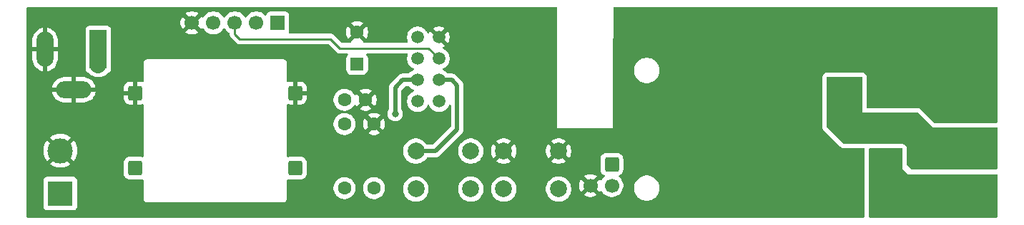
<source format=gbr>
%TF.GenerationSoftware,KiCad,Pcbnew,9.0.4*%
%TF.CreationDate,2025-09-11T11:59:47+05:30*%
%TF.ProjectId,DimLED,44696d4c-4544-42e6-9b69-6361645f7063,Mark II.B*%
%TF.SameCoordinates,Original*%
%TF.FileFunction,Copper,L2,Bot*%
%TF.FilePolarity,Positive*%
%FSLAX46Y46*%
G04 Gerber Fmt 4.6, Leading zero omitted, Abs format (unit mm)*
G04 Created by KiCad (PCBNEW 9.0.4) date 2025-09-11 11:59:47*
%MOMM*%
%LPD*%
G01*
G04 APERTURE LIST*
G04 Aperture macros list*
%AMRoundRect*
0 Rectangle with rounded corners*
0 $1 Rounding radius*
0 $2 $3 $4 $5 $6 $7 $8 $9 X,Y pos of 4 corners*
0 Add a 4 corners polygon primitive as box body*
4,1,4,$2,$3,$4,$5,$6,$7,$8,$9,$2,$3,0*
0 Add four circle primitives for the rounded corners*
1,1,$1+$1,$2,$3*
1,1,$1+$1,$4,$5*
1,1,$1+$1,$6,$7*
1,1,$1+$1,$8,$9*
0 Add four rect primitives between the rounded corners*
20,1,$1+$1,$2,$3,$4,$5,0*
20,1,$1+$1,$4,$5,$6,$7,0*
20,1,$1+$1,$6,$7,$8,$9,0*
20,1,$1+$1,$8,$9,$2,$3,0*%
G04 Aperture macros list end*
%TA.AperFunction,ComponentPad*%
%ADD10RoundRect,0.250000X0.600000X0.600000X-0.600000X0.600000X-0.600000X-0.600000X0.600000X-0.600000X0*%
%TD*%
%TA.AperFunction,ComponentPad*%
%ADD11RoundRect,0.250000X-0.600000X-0.600000X0.600000X-0.600000X0.600000X0.600000X-0.600000X0.600000X0*%
%TD*%
%TA.AperFunction,ComponentPad*%
%ADD12RoundRect,0.250000X0.550000X-0.550000X0.550000X0.550000X-0.550000X0.550000X-0.550000X-0.550000X0*%
%TD*%
%TA.AperFunction,ComponentPad*%
%ADD13C,1.600000*%
%TD*%
%TA.AperFunction,ComponentPad*%
%ADD14R,2.000000X4.600000*%
%TD*%
%TA.AperFunction,ComponentPad*%
%ADD15O,2.000000X4.200000*%
%TD*%
%TA.AperFunction,ComponentPad*%
%ADD16O,4.200000X2.000000*%
%TD*%
%TA.AperFunction,ComponentPad*%
%ADD17C,2.000000*%
%TD*%
%TA.AperFunction,ComponentPad*%
%ADD18C,1.500000*%
%TD*%
%TA.AperFunction,ComponentPad*%
%ADD19R,3.000000X3.000000*%
%TD*%
%TA.AperFunction,ComponentPad*%
%ADD20C,3.000000*%
%TD*%
%TA.AperFunction,ComponentPad*%
%ADD21R,1.700000X1.700000*%
%TD*%
%TA.AperFunction,ComponentPad*%
%ADD22C,1.700000*%
%TD*%
%TA.AperFunction,ViaPad*%
%ADD23C,0.800000*%
%TD*%
%TA.AperFunction,ViaPad*%
%ADD24C,1.200000*%
%TD*%
%TA.AperFunction,Conductor*%
%ADD25C,2.000000*%
%TD*%
%TA.AperFunction,Conductor*%
%ADD26C,0.254000*%
%TD*%
%TA.AperFunction,Conductor*%
%ADD27C,0.500000*%
%TD*%
G04 APERTURE END LIST*
D10*
%TO.P,U1,1,IN+*%
%TO.N,+12V*%
X97100000Y-106885000D03*
D11*
%TO.P,U1,2,IN-*%
%TO.N,GND*%
X97100000Y-97940000D03*
D10*
%TO.P,U1,3,OUT+*%
%TO.N,+3V3*%
X116075000Y-106885000D03*
D11*
%TO.P,U1,4,OUT-*%
%TO.N,GND*%
X116100000Y-97940000D03*
%TD*%
D12*
%TO.P,C2,1*%
%TO.N,+3V3*%
X123400000Y-94500000D03*
D13*
%TO.P,C2,2*%
%TO.N,GND*%
X123400000Y-90700000D03*
%TD*%
D14*
%TO.P,J2,1*%
%TO.N,+12V*%
X92750000Y-92750000D03*
D15*
%TO.P,J2,2*%
%TO.N,GND*%
X86450000Y-92750000D03*
D16*
%TO.P,J2,3*%
X89850000Y-97550000D03*
%TD*%
D17*
%TO.P,SW1,1,1*%
%TO.N,/GPIO0*%
X130350000Y-104850000D03*
X136850000Y-104850000D03*
%TO.P,SW1,2,2*%
%TO.N,Net-(R2-Pad1)*%
X130350000Y-109350000D03*
X136850000Y-109350000D03*
%TD*%
D13*
%TO.P,C1,1*%
%TO.N,+3V3*%
X121900000Y-98750000D03*
%TO.P,C1,2*%
%TO.N,GND*%
X124400000Y-98750000D03*
%TD*%
D18*
%TO.P,U2,1,GND*%
%TO.N,GND*%
X133090000Y-91300000D03*
%TO.P,U2,2,GPIO2*%
%TO.N,/GPIO2*%
X133090000Y-93840000D03*
%TO.P,U2,3,GPIO0*%
%TO.N,/GPIO0*%
X133090000Y-96380000D03*
%TO.P,U2,4,URXD*%
%TO.N,/GPIO3*%
X133090000Y-98920000D03*
%TO.P,U2,5,UTXD*%
%TO.N,/GPIO1*%
X130550000Y-91300000D03*
%TO.P,U2,6,CH_PD*%
%TO.N,+3V3*%
X130550000Y-93840000D03*
%TO.P,U2,7,RST*%
%TO.N,/RESET*%
X130550000Y-96380000D03*
%TO.P,U2,8,VCC*%
%TO.N,+3V3*%
X130550000Y-98920000D03*
%TD*%
D13*
%TO.P,R2,1*%
%TO.N,Net-(R2-Pad1)*%
X125400000Y-109250000D03*
%TO.P,R2,2*%
%TO.N,GND*%
X125400000Y-101630000D03*
%TD*%
D17*
%TO.P,SW2,1,1*%
%TO.N,/RESET*%
X147250000Y-109350000D03*
X140750000Y-109350000D03*
%TO.P,SW2,2,2*%
%TO.N,GND*%
X147250000Y-104850000D03*
X140750000Y-104850000D03*
%TD*%
D13*
%TO.P,R1,1*%
%TO.N,+3V3*%
X121900000Y-101630000D03*
%TO.P,R1,2*%
%TO.N,/RESET*%
X121900000Y-109250000D03*
%TD*%
D19*
%TO.P,J4,1,Pin_1*%
%TO.N,/LED-*%
X195550000Y-104710000D03*
D20*
%TO.P,J4,2,Pin_2*%
%TO.N,+12V*%
X195550000Y-109790000D03*
%TD*%
D21*
%TO.P,J3,1,Pin_1*%
%TO.N,+3V3*%
X114000000Y-89600000D03*
D22*
%TO.P,J3,2,Pin_2*%
%TO.N,/GPIO1*%
X111460000Y-89600000D03*
%TO.P,J3,3,Pin_3*%
%TO.N,/GPIO2*%
X108920000Y-89600000D03*
%TO.P,J3,4,Pin_4*%
%TO.N,/GPIO3*%
X106380000Y-89600000D03*
%TO.P,J3,5,Pin_5*%
%TO.N,GND*%
X103840000Y-89600000D03*
%TD*%
%TO.P,J5,1,Pin_1*%
%TO.N,/GPIO3*%
X153550000Y-108950000D03*
D10*
%TO.P,J5,2,Pin_2*%
%TO.N,/PWM_SIG*%
X153550000Y-106410000D03*
D22*
%TO.P,J5,3,Pin_3*%
%TO.N,GND*%
X151010000Y-108950000D03*
%TD*%
D19*
%TO.P,J1,1,Pin_1*%
%TO.N,+12V*%
X88250000Y-109880000D03*
D20*
%TO.P,J1,2,Pin_2*%
%TO.N,GND*%
X88250000Y-104800000D03*
%TD*%
D23*
%TO.N,GND*%
X136500000Y-92500000D03*
X85250000Y-89200000D03*
X141400000Y-95000000D03*
X118400000Y-95400000D03*
X136500000Y-91250000D03*
X174250000Y-105500000D03*
X174250000Y-103750000D03*
X86400000Y-98600000D03*
X85200000Y-98600000D03*
X136500000Y-90100000D03*
X85400000Y-104300000D03*
X153300000Y-103300000D03*
X139600000Y-96500000D03*
X118400000Y-107400000D03*
X157250000Y-93000000D03*
X164800000Y-103250000D03*
X164800000Y-104750000D03*
X141400000Y-93500000D03*
X172750000Y-103750000D03*
X118400000Y-98400000D03*
X86000000Y-103300000D03*
X118400000Y-96900000D03*
X86200000Y-106500000D03*
X143200000Y-100600000D03*
X151800000Y-103300000D03*
X164750000Y-93000000D03*
X88800000Y-92750000D03*
X166250000Y-93000000D03*
X99450000Y-93000000D03*
X100750000Y-93000000D03*
X102000000Y-93000000D03*
X163250000Y-93000000D03*
X86400000Y-96600000D03*
X115850000Y-93000000D03*
X129900000Y-101400000D03*
X164800000Y-106250000D03*
X144200000Y-101500000D03*
X171250000Y-103750000D03*
X98200000Y-93000000D03*
X139600000Y-93500000D03*
X126000000Y-97100000D03*
X96950000Y-93000000D03*
X172750000Y-105500000D03*
X160250000Y-93000000D03*
X86450000Y-89200000D03*
X141400000Y-96500000D03*
X150300000Y-103300000D03*
X139600000Y-95000000D03*
X171250000Y-105500000D03*
X126700000Y-99100000D03*
X118400000Y-109150000D03*
X117100000Y-93000000D03*
X131200000Y-101400000D03*
X85400000Y-105500000D03*
X161750000Y-93000000D03*
X158750000Y-93000000D03*
X85200000Y-96600000D03*
%TO.N,/LED-*%
X198600000Y-106200000D03*
X198600000Y-104700000D03*
D24*
X180820000Y-100070000D03*
D23*
X198600000Y-103200000D03*
%TO.N,+12V*%
X198600000Y-110800000D03*
X198600000Y-109300000D03*
D24*
X185900000Y-108980000D03*
D23*
%TO.N,/RESET*%
X127900000Y-100400000D03*
%TD*%
D25*
%TO.N,+12V*%
X92750000Y-92750000D02*
X92750000Y-94550000D01*
D26*
%TO.N,/GPIO2*%
X108920000Y-90920000D02*
X109500000Y-91500000D01*
X120250000Y-91500000D02*
X121350000Y-92600000D01*
X121350000Y-92600000D02*
X131850000Y-92600000D01*
X109500000Y-91500000D02*
X120250000Y-91500000D01*
X108920000Y-89600000D02*
X108920000Y-90920000D01*
X131850000Y-92600000D02*
X133090000Y-93840000D01*
D27*
%TO.N,/RESET*%
X127900000Y-97300000D02*
X128820000Y-96380000D01*
X127900000Y-100400000D02*
X127900000Y-97300000D01*
X130035000Y-96115000D02*
X130200000Y-96280000D01*
X128820000Y-96380000D02*
X130550000Y-96380000D01*
%TO.N,/GPIO0*%
X135250000Y-102250000D02*
X135250000Y-97050000D01*
X135250000Y-97050000D02*
X134580000Y-96380000D01*
X132650000Y-104850000D02*
X135250000Y-102250000D01*
X130350000Y-104850000D02*
X132650000Y-104850000D01*
X134580000Y-96380000D02*
X133090000Y-96380000D01*
%TD*%
%TA.AperFunction,Conductor*%
%TO.N,GND*%
G36*
X147032909Y-87770185D02*
G01*
X147078664Y-87822989D01*
X147089869Y-87874714D01*
X147065000Y-102125000D01*
X153690000Y-102150000D01*
X153702247Y-95131902D01*
X156199500Y-95131902D01*
X156199500Y-95368097D01*
X156236446Y-95601368D01*
X156309433Y-95825996D01*
X156380277Y-95965033D01*
X156416657Y-96036433D01*
X156555483Y-96227510D01*
X156722490Y-96394517D01*
X156913567Y-96533343D01*
X157012991Y-96584002D01*
X157124003Y-96640566D01*
X157124005Y-96640566D01*
X157124008Y-96640568D01*
X157223288Y-96672826D01*
X157348631Y-96713553D01*
X157581903Y-96750500D01*
X157581908Y-96750500D01*
X157818097Y-96750500D01*
X158051368Y-96713553D01*
X158275992Y-96640568D01*
X158486433Y-96533343D01*
X158677510Y-96394517D01*
X158844517Y-96227510D01*
X158983343Y-96036433D01*
X159090568Y-95825992D01*
X159163553Y-95601368D01*
X159169257Y-95565352D01*
X159200500Y-95368097D01*
X159200500Y-95131902D01*
X159163553Y-94898631D01*
X159090566Y-94674003D01*
X158983342Y-94463566D01*
X158955905Y-94425802D01*
X158844517Y-94272490D01*
X158677510Y-94105483D01*
X158486433Y-93966657D01*
X158431009Y-93938417D01*
X158275996Y-93859433D01*
X158051368Y-93786446D01*
X157818097Y-93749500D01*
X157818092Y-93749500D01*
X157581908Y-93749500D01*
X157581903Y-93749500D01*
X157348631Y-93786446D01*
X157124003Y-93859433D01*
X156913566Y-93966657D01*
X156833953Y-94024500D01*
X156722490Y-94105483D01*
X156722488Y-94105485D01*
X156722487Y-94105485D01*
X156555485Y-94272487D01*
X156555485Y-94272488D01*
X156555483Y-94272490D01*
X156546602Y-94284714D01*
X156416657Y-94463566D01*
X156309433Y-94674003D01*
X156236446Y-94898631D01*
X156199500Y-95131902D01*
X153702247Y-95131902D01*
X153714913Y-87874280D01*
X153734715Y-87807279D01*
X153787598Y-87761616D01*
X153838913Y-87750500D01*
X199125500Y-87750500D01*
X199192539Y-87770185D01*
X199238294Y-87822989D01*
X199249500Y-87874500D01*
X199249500Y-101370500D01*
X199229815Y-101437539D01*
X199177011Y-101483294D01*
X199125500Y-101494500D01*
X191760746Y-101494500D01*
X191693707Y-101474815D01*
X191673065Y-101458181D01*
X190143776Y-99928892D01*
X190143761Y-99928877D01*
X190143737Y-99928855D01*
X190103519Y-99892728D01*
X190103507Y-99892718D01*
X190082856Y-99876076D01*
X190038974Y-99844433D01*
X189908100Y-99784663D01*
X189841055Y-99764976D01*
X189793582Y-99758150D01*
X189698638Y-99744500D01*
X189698636Y-99744500D01*
X183879500Y-99744500D01*
X183812461Y-99724815D01*
X183766706Y-99672011D01*
X183755500Y-99620500D01*
X183755500Y-96124010D01*
X183755500Y-96124000D01*
X183743947Y-96016544D01*
X183732741Y-95965033D01*
X183724598Y-95940566D01*
X183698616Y-95862502D01*
X183698613Y-95862496D01*
X183656554Y-95797052D01*
X183620825Y-95741457D01*
X183597830Y-95714919D01*
X183575076Y-95688659D01*
X183575072Y-95688656D01*
X183575070Y-95688653D01*
X183466336Y-95594433D01*
X183466333Y-95594431D01*
X183466331Y-95594430D01*
X183335465Y-95534664D01*
X183335460Y-95534662D01*
X183335459Y-95534662D01*
X183268420Y-95514977D01*
X183268422Y-95514977D01*
X183268417Y-95514976D01*
X183206347Y-95506052D01*
X183126000Y-95494500D01*
X179124000Y-95494500D01*
X179123991Y-95494500D01*
X179123990Y-95494501D01*
X179016549Y-95506052D01*
X179016537Y-95506054D01*
X178965027Y-95517260D01*
X178862502Y-95551383D01*
X178862496Y-95551386D01*
X178741462Y-95629171D01*
X178741451Y-95629179D01*
X178688659Y-95674923D01*
X178594433Y-95783664D01*
X178594430Y-95783668D01*
X178534664Y-95914534D01*
X178514976Y-95981582D01*
X178501325Y-96076528D01*
X178494502Y-96123990D01*
X178494500Y-96124001D01*
X178494500Y-101948640D01*
X178497397Y-102002688D01*
X178497397Y-102002689D01*
X178500229Y-102029022D01*
X178500232Y-102029049D01*
X178508885Y-102082445D01*
X178508885Y-102082447D01*
X178559166Y-102217252D01*
X178559168Y-102217257D01*
X178592653Y-102278580D01*
X178678877Y-102393761D01*
X178678881Y-102393765D01*
X178678886Y-102393771D01*
X179671562Y-103386446D01*
X180606239Y-104321123D01*
X180606255Y-104321137D01*
X180606262Y-104321144D01*
X180646480Y-104357271D01*
X180646492Y-104357281D01*
X180646500Y-104357288D01*
X180667142Y-104373922D01*
X180711026Y-104405567D01*
X180841903Y-104465338D01*
X180908942Y-104485023D01*
X180908946Y-104485024D01*
X181051362Y-104505500D01*
X183370500Y-104505500D01*
X183437539Y-104525185D01*
X183483294Y-104577989D01*
X183494500Y-104629500D01*
X183494500Y-112625500D01*
X183474815Y-112692539D01*
X183422011Y-112738294D01*
X183370500Y-112749500D01*
X84374500Y-112749500D01*
X84307461Y-112729815D01*
X84261706Y-112677011D01*
X84250500Y-112625500D01*
X84250500Y-108332135D01*
X86249500Y-108332135D01*
X86249500Y-111427870D01*
X86249501Y-111427876D01*
X86255908Y-111487483D01*
X86306202Y-111622328D01*
X86306206Y-111622335D01*
X86392452Y-111737544D01*
X86392455Y-111737547D01*
X86507664Y-111823793D01*
X86507671Y-111823797D01*
X86642517Y-111874091D01*
X86642516Y-111874091D01*
X86649444Y-111874835D01*
X86702127Y-111880500D01*
X89797872Y-111880499D01*
X89857483Y-111874091D01*
X89992331Y-111823796D01*
X90107546Y-111737546D01*
X90193796Y-111622331D01*
X90244091Y-111487483D01*
X90250500Y-111427873D01*
X90250499Y-108332128D01*
X90244091Y-108272517D01*
X90244080Y-108272488D01*
X90193797Y-108137671D01*
X90193793Y-108137664D01*
X90107547Y-108022455D01*
X90107544Y-108022452D01*
X89992335Y-107936206D01*
X89992328Y-107936202D01*
X89857482Y-107885908D01*
X89857483Y-107885908D01*
X89797883Y-107879501D01*
X89797881Y-107879500D01*
X89797873Y-107879500D01*
X89797864Y-107879500D01*
X86702129Y-107879500D01*
X86702123Y-107879501D01*
X86642516Y-107885908D01*
X86507671Y-107936202D01*
X86507664Y-107936206D01*
X86392455Y-108022452D01*
X86392452Y-108022455D01*
X86306206Y-108137664D01*
X86306202Y-108137671D01*
X86255908Y-108272517D01*
X86250902Y-108319087D01*
X86249501Y-108332123D01*
X86249500Y-108332135D01*
X84250500Y-108332135D01*
X84250500Y-104668905D01*
X86250000Y-104668905D01*
X86250000Y-104931094D01*
X86284220Y-105191009D01*
X86284222Y-105191020D01*
X86352075Y-105444255D01*
X86452404Y-105686471D01*
X86452409Y-105686482D01*
X86583488Y-105913516D01*
X86583494Y-105913524D01*
X86670080Y-106026365D01*
X87564767Y-105131677D01*
X87576497Y-105159995D01*
X87659670Y-105284472D01*
X87765528Y-105390330D01*
X87890005Y-105473503D01*
X87918320Y-105485231D01*
X87023633Y-106379917D01*
X87023633Y-106379918D01*
X87136475Y-106466505D01*
X87136483Y-106466511D01*
X87363517Y-106597590D01*
X87363528Y-106597595D01*
X87605744Y-106697924D01*
X87858979Y-106765777D01*
X87858990Y-106765779D01*
X88118905Y-106799999D01*
X88118920Y-106800000D01*
X88381080Y-106800000D01*
X88381094Y-106799999D01*
X88641009Y-106765779D01*
X88641020Y-106765777D01*
X88894255Y-106697924D01*
X89136471Y-106597595D01*
X89136482Y-106597590D01*
X89363516Y-106466511D01*
X89363534Y-106466499D01*
X89476365Y-106379919D01*
X89476365Y-106379917D01*
X89415963Y-106319515D01*
X89331431Y-106234983D01*
X95749500Y-106234983D01*
X95749500Y-107535001D01*
X95749501Y-107535018D01*
X95760000Y-107637796D01*
X95760001Y-107637799D01*
X95790420Y-107729595D01*
X95815186Y-107804334D01*
X95907288Y-107953656D01*
X96031344Y-108077712D01*
X96180666Y-108169814D01*
X96347203Y-108224999D01*
X96449991Y-108235500D01*
X97750008Y-108235499D01*
X97852797Y-108224999D01*
X97936498Y-108197262D01*
X98006323Y-108194861D01*
X98066365Y-108230592D01*
X98097558Y-108293112D01*
X98099500Y-108314969D01*
X98099500Y-110490892D01*
X98106891Y-110518477D01*
X98133608Y-110618187D01*
X98146529Y-110640566D01*
X98199500Y-110732314D01*
X98292686Y-110825500D01*
X98406814Y-110891392D01*
X98534108Y-110925500D01*
X98534110Y-110925500D01*
X114665890Y-110925500D01*
X114665892Y-110925500D01*
X114793186Y-110891392D01*
X114907314Y-110825500D01*
X115000500Y-110732314D01*
X115066392Y-110618186D01*
X115100500Y-110490892D01*
X115100500Y-109147648D01*
X120599500Y-109147648D01*
X120599500Y-109352351D01*
X120631522Y-109554534D01*
X120694781Y-109749223D01*
X120735831Y-109829786D01*
X120784850Y-109925992D01*
X120787715Y-109931613D01*
X120908028Y-110097213D01*
X121052786Y-110241971D01*
X121207749Y-110354556D01*
X121218390Y-110362287D01*
X121334607Y-110421503D01*
X121400776Y-110455218D01*
X121400778Y-110455218D01*
X121400781Y-110455220D01*
X121505137Y-110489127D01*
X121595465Y-110518477D01*
X121689318Y-110533342D01*
X121797648Y-110550500D01*
X121797649Y-110550500D01*
X122002351Y-110550500D01*
X122002352Y-110550500D01*
X122204534Y-110518477D01*
X122399219Y-110455220D01*
X122581610Y-110362287D01*
X122713097Y-110266757D01*
X122747213Y-110241971D01*
X122747215Y-110241968D01*
X122747219Y-110241966D01*
X122891966Y-110097219D01*
X122891968Y-110097215D01*
X122891971Y-110097213D01*
X122944732Y-110024590D01*
X123012287Y-109931610D01*
X123105220Y-109749219D01*
X123168477Y-109554534D01*
X123200500Y-109352352D01*
X123200500Y-109147648D01*
X124099500Y-109147648D01*
X124099500Y-109352351D01*
X124131522Y-109554534D01*
X124194781Y-109749223D01*
X124235831Y-109829786D01*
X124284850Y-109925992D01*
X124287715Y-109931613D01*
X124408028Y-110097213D01*
X124552786Y-110241971D01*
X124707749Y-110354556D01*
X124718390Y-110362287D01*
X124834607Y-110421503D01*
X124900776Y-110455218D01*
X124900778Y-110455218D01*
X124900781Y-110455220D01*
X125005137Y-110489127D01*
X125095465Y-110518477D01*
X125189318Y-110533342D01*
X125297648Y-110550500D01*
X125297649Y-110550500D01*
X125502351Y-110550500D01*
X125502352Y-110550500D01*
X125704534Y-110518477D01*
X125899219Y-110455220D01*
X126081610Y-110362287D01*
X126213097Y-110266757D01*
X126247213Y-110241971D01*
X126247215Y-110241968D01*
X126247219Y-110241966D01*
X126391966Y-110097219D01*
X126391968Y-110097215D01*
X126391971Y-110097213D01*
X126444732Y-110024590D01*
X126512287Y-109931610D01*
X126605220Y-109749219D01*
X126668477Y-109554534D01*
X126700500Y-109352352D01*
X126700500Y-109231902D01*
X128849500Y-109231902D01*
X128849500Y-109468097D01*
X128886446Y-109701368D01*
X128959433Y-109925996D01*
X129050667Y-110105051D01*
X129066657Y-110136433D01*
X129205483Y-110327510D01*
X129372490Y-110494517D01*
X129563567Y-110633343D01*
X129662991Y-110684002D01*
X129774003Y-110740566D01*
X129774005Y-110740566D01*
X129774008Y-110740568D01*
X129894412Y-110779689D01*
X129998631Y-110813553D01*
X130231903Y-110850500D01*
X130231908Y-110850500D01*
X130468097Y-110850500D01*
X130701368Y-110813553D01*
X130925992Y-110740568D01*
X131136433Y-110633343D01*
X131327510Y-110494517D01*
X131494517Y-110327510D01*
X131633343Y-110136433D01*
X131740568Y-109925992D01*
X131813553Y-109701368D01*
X131829062Y-109603447D01*
X131850500Y-109468097D01*
X131850500Y-109231902D01*
X135349500Y-109231902D01*
X135349500Y-109468097D01*
X135386446Y-109701368D01*
X135459433Y-109925996D01*
X135550667Y-110105051D01*
X135566657Y-110136433D01*
X135705483Y-110327510D01*
X135872490Y-110494517D01*
X136063567Y-110633343D01*
X136162991Y-110684002D01*
X136274003Y-110740566D01*
X136274005Y-110740566D01*
X136274008Y-110740568D01*
X136394412Y-110779689D01*
X136498631Y-110813553D01*
X136731903Y-110850500D01*
X136731908Y-110850500D01*
X136968097Y-110850500D01*
X137201368Y-110813553D01*
X137425992Y-110740568D01*
X137636433Y-110633343D01*
X137827510Y-110494517D01*
X137994517Y-110327510D01*
X138133343Y-110136433D01*
X138240568Y-109925992D01*
X138313553Y-109701368D01*
X138329062Y-109603447D01*
X138350500Y-109468097D01*
X138350500Y-109231902D01*
X139249500Y-109231902D01*
X139249500Y-109468097D01*
X139286446Y-109701368D01*
X139359433Y-109925996D01*
X139450667Y-110105051D01*
X139466657Y-110136433D01*
X139605483Y-110327510D01*
X139772490Y-110494517D01*
X139963567Y-110633343D01*
X140062991Y-110684002D01*
X140174003Y-110740566D01*
X140174005Y-110740566D01*
X140174008Y-110740568D01*
X140294412Y-110779689D01*
X140398631Y-110813553D01*
X140631903Y-110850500D01*
X140631908Y-110850500D01*
X140868097Y-110850500D01*
X141101368Y-110813553D01*
X141325992Y-110740568D01*
X141536433Y-110633343D01*
X141727510Y-110494517D01*
X141894517Y-110327510D01*
X142033343Y-110136433D01*
X142140568Y-109925992D01*
X142213553Y-109701368D01*
X142229062Y-109603447D01*
X142250500Y-109468097D01*
X142250500Y-109231902D01*
X145749500Y-109231902D01*
X145749500Y-109468097D01*
X145786446Y-109701368D01*
X145859433Y-109925996D01*
X145950667Y-110105051D01*
X145966657Y-110136433D01*
X146105483Y-110327510D01*
X146272490Y-110494517D01*
X146463567Y-110633343D01*
X146562991Y-110684002D01*
X146674003Y-110740566D01*
X146674005Y-110740566D01*
X146674008Y-110740568D01*
X146794412Y-110779689D01*
X146898631Y-110813553D01*
X147131903Y-110850500D01*
X147131908Y-110850500D01*
X147368097Y-110850500D01*
X147601368Y-110813553D01*
X147825992Y-110740568D01*
X148036433Y-110633343D01*
X148227510Y-110494517D01*
X148394517Y-110327510D01*
X148533343Y-110136433D01*
X148640568Y-109925992D01*
X148713553Y-109701368D01*
X148729062Y-109603447D01*
X148750500Y-109468097D01*
X148750500Y-109231902D01*
X148713553Y-108998631D01*
X148681061Y-108898632D01*
X148663230Y-108843753D01*
X149660000Y-108843753D01*
X149660000Y-109056246D01*
X149693242Y-109266127D01*
X149693242Y-109266130D01*
X149758904Y-109468217D01*
X149855375Y-109657550D01*
X149894728Y-109711716D01*
X150527037Y-109079408D01*
X150544075Y-109142993D01*
X150609901Y-109257007D01*
X150702993Y-109350099D01*
X150817007Y-109415925D01*
X150880590Y-109432962D01*
X150248282Y-110065269D01*
X150248282Y-110065270D01*
X150302449Y-110104624D01*
X150491782Y-110201095D01*
X150693870Y-110266757D01*
X150903754Y-110300000D01*
X151116246Y-110300000D01*
X151326127Y-110266757D01*
X151326130Y-110266757D01*
X151528217Y-110201095D01*
X151717554Y-110104622D01*
X151771716Y-110065270D01*
X151771717Y-110065270D01*
X151139408Y-109432962D01*
X151202993Y-109415925D01*
X151317007Y-109350099D01*
X151410099Y-109257007D01*
X151475925Y-109142993D01*
X151492962Y-109079408D01*
X152125270Y-109711717D01*
X152125270Y-109711716D01*
X152164622Y-109657555D01*
X152169232Y-109648507D01*
X152217205Y-109597709D01*
X152285025Y-109580912D01*
X152351161Y-109603447D01*
X152390204Y-109648504D01*
X152394949Y-109657817D01*
X152519890Y-109829786D01*
X152670213Y-109980109D01*
X152842179Y-110105048D01*
X152842181Y-110105049D01*
X152842184Y-110105051D01*
X153031588Y-110201557D01*
X153233757Y-110267246D01*
X153443713Y-110300500D01*
X153443714Y-110300500D01*
X153656286Y-110300500D01*
X153656287Y-110300500D01*
X153866243Y-110267246D01*
X154068412Y-110201557D01*
X154257816Y-110105051D01*
X154312572Y-110065269D01*
X154429786Y-109980109D01*
X154429788Y-109980106D01*
X154429792Y-109980104D01*
X154580104Y-109829792D01*
X154580106Y-109829788D01*
X154580109Y-109829786D01*
X154705048Y-109657820D01*
X154705050Y-109657817D01*
X154705051Y-109657816D01*
X154801557Y-109468412D01*
X154867246Y-109266243D01*
X154888524Y-109131902D01*
X156199500Y-109131902D01*
X156199500Y-109368097D01*
X156236446Y-109601368D01*
X156309433Y-109825996D01*
X156416657Y-110036433D01*
X156555483Y-110227510D01*
X156722490Y-110394517D01*
X156913567Y-110533343D01*
X156947240Y-110550500D01*
X157124003Y-110640566D01*
X157124005Y-110640566D01*
X157124008Y-110640568D01*
X157244412Y-110679689D01*
X157348631Y-110713553D01*
X157581903Y-110750500D01*
X157581908Y-110750500D01*
X157818097Y-110750500D01*
X158051368Y-110713553D01*
X158275992Y-110640568D01*
X158486433Y-110533343D01*
X158677510Y-110394517D01*
X158844517Y-110227510D01*
X158983343Y-110036433D01*
X159090568Y-109825992D01*
X159163553Y-109601368D01*
X159184662Y-109468092D01*
X159200500Y-109368097D01*
X159200500Y-109131902D01*
X159163553Y-108898631D01*
X159115513Y-108750781D01*
X159090568Y-108674008D01*
X159090566Y-108674005D01*
X159090566Y-108674003D01*
X158983342Y-108463566D01*
X158973486Y-108450000D01*
X158844517Y-108272490D01*
X158677510Y-108105483D01*
X158486433Y-107966657D01*
X158460917Y-107953656D01*
X158275996Y-107859433D01*
X158051368Y-107786446D01*
X157818097Y-107749500D01*
X157818092Y-107749500D01*
X157581908Y-107749500D01*
X157581903Y-107749500D01*
X157348631Y-107786446D01*
X157124003Y-107859433D01*
X156913566Y-107966657D01*
X156836772Y-108022452D01*
X156722490Y-108105483D01*
X156722488Y-108105485D01*
X156722487Y-108105485D01*
X156555485Y-108272487D01*
X156555485Y-108272488D01*
X156555483Y-108272490D01*
X156512162Y-108332116D01*
X156416657Y-108463566D01*
X156309433Y-108674003D01*
X156236446Y-108898631D01*
X156199500Y-109131902D01*
X154888524Y-109131902D01*
X154900500Y-109056287D01*
X154900500Y-108843713D01*
X154867246Y-108633757D01*
X154801557Y-108431588D01*
X154705051Y-108242184D01*
X154705049Y-108242181D01*
X154705048Y-108242179D01*
X154580109Y-108070213D01*
X154429790Y-107919894D01*
X154429785Y-107919890D01*
X154424891Y-107916334D01*
X154382227Y-107861003D01*
X154376249Y-107791390D01*
X154408857Y-107729595D01*
X154458774Y-107698312D01*
X154469334Y-107694814D01*
X154618656Y-107602712D01*
X154742712Y-107478656D01*
X154834814Y-107329334D01*
X154889999Y-107162797D01*
X154900500Y-107060009D01*
X154900499Y-105759992D01*
X154889999Y-105657203D01*
X154834814Y-105490666D01*
X154742712Y-105341344D01*
X154618656Y-105217288D01*
X154469334Y-105125186D01*
X154302797Y-105070001D01*
X154302795Y-105070000D01*
X154200010Y-105059500D01*
X152899998Y-105059500D01*
X152899981Y-105059501D01*
X152797203Y-105070000D01*
X152797200Y-105070001D01*
X152630668Y-105125185D01*
X152630663Y-105125187D01*
X152481342Y-105217289D01*
X152357289Y-105341342D01*
X152265187Y-105490663D01*
X152265185Y-105490668D01*
X152257094Y-105515086D01*
X152210001Y-105657203D01*
X152210001Y-105657204D01*
X152210000Y-105657204D01*
X152199500Y-105759983D01*
X152199500Y-107060001D01*
X152199501Y-107060018D01*
X152210000Y-107162796D01*
X152210001Y-107162799D01*
X152265185Y-107329331D01*
X152265186Y-107329334D01*
X152357288Y-107478656D01*
X152481344Y-107602712D01*
X152630666Y-107694814D01*
X152641223Y-107698312D01*
X152698668Y-107738084D01*
X152725492Y-107802600D01*
X152713177Y-107871376D01*
X152675113Y-107916330D01*
X152670219Y-107919885D01*
X152670209Y-107919894D01*
X152519890Y-108070213D01*
X152394949Y-108242182D01*
X152390202Y-108251499D01*
X152342227Y-108302293D01*
X152274405Y-108319087D01*
X152208271Y-108296548D01*
X152169234Y-108251495D01*
X152164626Y-108242452D01*
X152125270Y-108188282D01*
X152125269Y-108188282D01*
X151492962Y-108820590D01*
X151475925Y-108757007D01*
X151410099Y-108642993D01*
X151317007Y-108549901D01*
X151202993Y-108484075D01*
X151139409Y-108467037D01*
X151771716Y-107834728D01*
X151717550Y-107795375D01*
X151528217Y-107698904D01*
X151326129Y-107633242D01*
X151116246Y-107600000D01*
X150903754Y-107600000D01*
X150693872Y-107633242D01*
X150693869Y-107633242D01*
X150491782Y-107698904D01*
X150302439Y-107795380D01*
X150248282Y-107834727D01*
X150248282Y-107834728D01*
X150880591Y-108467037D01*
X150817007Y-108484075D01*
X150702993Y-108549901D01*
X150609901Y-108642993D01*
X150544075Y-108757007D01*
X150527037Y-108820591D01*
X149894728Y-108188282D01*
X149894727Y-108188282D01*
X149855380Y-108242439D01*
X149758904Y-108431782D01*
X149693242Y-108633869D01*
X149693242Y-108633872D01*
X149660000Y-108843753D01*
X148663230Y-108843753D01*
X148640568Y-108774008D01*
X148640566Y-108774005D01*
X148640566Y-108774003D01*
X148584002Y-108662991D01*
X148533343Y-108563567D01*
X148394517Y-108372490D01*
X148227510Y-108205483D01*
X148036433Y-108066657D01*
X147890837Y-107992472D01*
X147825996Y-107959433D01*
X147601368Y-107886446D01*
X147368097Y-107849500D01*
X147368092Y-107849500D01*
X147131908Y-107849500D01*
X147131903Y-107849500D01*
X146898631Y-107886446D01*
X146674003Y-107959433D01*
X146463566Y-108066657D01*
X146365828Y-108137669D01*
X146272490Y-108205483D01*
X146272488Y-108205485D01*
X146272487Y-108205485D01*
X146105485Y-108372487D01*
X146105485Y-108372488D01*
X146105483Y-108372490D01*
X146083472Y-108402786D01*
X145966657Y-108563566D01*
X145859433Y-108774003D01*
X145786446Y-108998631D01*
X145749500Y-109231902D01*
X142250500Y-109231902D01*
X142213553Y-108998631D01*
X142166468Y-108853720D01*
X142140568Y-108774008D01*
X142140566Y-108774005D01*
X142140566Y-108774003D01*
X142084002Y-108662991D01*
X142033343Y-108563567D01*
X141894517Y-108372490D01*
X141727510Y-108205483D01*
X141536433Y-108066657D01*
X141449682Y-108022455D01*
X141325996Y-107959433D01*
X141101368Y-107886446D01*
X140868097Y-107849500D01*
X140868092Y-107849500D01*
X140631908Y-107849500D01*
X140631903Y-107849500D01*
X140398631Y-107886446D01*
X140174003Y-107959433D01*
X139963566Y-108066657D01*
X139865828Y-108137669D01*
X139772490Y-108205483D01*
X139772488Y-108205485D01*
X139772487Y-108205485D01*
X139605485Y-108372487D01*
X139605485Y-108372488D01*
X139605483Y-108372490D01*
X139583472Y-108402786D01*
X139466657Y-108563566D01*
X139359433Y-108774003D01*
X139286446Y-108998631D01*
X139249500Y-109231902D01*
X138350500Y-109231902D01*
X138313553Y-108998631D01*
X138266468Y-108853720D01*
X138240568Y-108774008D01*
X138240566Y-108774005D01*
X138240566Y-108774003D01*
X138184002Y-108662991D01*
X138133343Y-108563567D01*
X137994517Y-108372490D01*
X137827510Y-108205483D01*
X137636433Y-108066657D01*
X137549682Y-108022455D01*
X137425996Y-107959433D01*
X137201368Y-107886446D01*
X136968097Y-107849500D01*
X136968092Y-107849500D01*
X136731908Y-107849500D01*
X136731903Y-107849500D01*
X136498631Y-107886446D01*
X136274003Y-107959433D01*
X136063566Y-108066657D01*
X135965828Y-108137669D01*
X135872490Y-108205483D01*
X135872488Y-108205485D01*
X135872487Y-108205485D01*
X135705485Y-108372487D01*
X135705485Y-108372488D01*
X135705483Y-108372490D01*
X135683472Y-108402786D01*
X135566657Y-108563566D01*
X135459433Y-108774003D01*
X135386446Y-108998631D01*
X135349500Y-109231902D01*
X131850500Y-109231902D01*
X131813553Y-108998631D01*
X131766468Y-108853720D01*
X131740568Y-108774008D01*
X131740566Y-108774005D01*
X131740566Y-108774003D01*
X131684002Y-108662991D01*
X131633343Y-108563567D01*
X131494517Y-108372490D01*
X131327510Y-108205483D01*
X131136433Y-108066657D01*
X131049682Y-108022455D01*
X130925996Y-107959433D01*
X130701368Y-107886446D01*
X130468097Y-107849500D01*
X130468092Y-107849500D01*
X130231908Y-107849500D01*
X130231903Y-107849500D01*
X129998631Y-107886446D01*
X129774003Y-107959433D01*
X129563566Y-108066657D01*
X129465828Y-108137669D01*
X129372490Y-108205483D01*
X129372488Y-108205485D01*
X129372487Y-108205485D01*
X129205485Y-108372487D01*
X129205485Y-108372488D01*
X129205483Y-108372490D01*
X129183472Y-108402786D01*
X129066657Y-108563566D01*
X128959433Y-108774003D01*
X128886446Y-108998631D01*
X128849500Y-109231902D01*
X126700500Y-109231902D01*
X126700500Y-109147648D01*
X126668477Y-108945466D01*
X126653259Y-108898631D01*
X126605218Y-108750776D01*
X126550299Y-108642993D01*
X126512287Y-108568390D01*
X126498854Y-108549901D01*
X126391971Y-108402786D01*
X126247213Y-108258028D01*
X126081613Y-108137715D01*
X126081612Y-108137714D01*
X126081610Y-108137713D01*
X126018355Y-108105483D01*
X125899223Y-108044781D01*
X125704534Y-107981522D01*
X125528598Y-107953657D01*
X125502352Y-107949500D01*
X125297648Y-107949500D01*
X125273329Y-107953351D01*
X125095465Y-107981522D01*
X124900776Y-108044781D01*
X124718386Y-108137715D01*
X124552786Y-108258028D01*
X124408028Y-108402786D01*
X124287715Y-108568386D01*
X124194781Y-108750776D01*
X124131522Y-108945465D01*
X124099500Y-109147648D01*
X123200500Y-109147648D01*
X123168477Y-108945466D01*
X123153259Y-108898631D01*
X123105218Y-108750776D01*
X123050299Y-108642993D01*
X123012287Y-108568390D01*
X122998854Y-108549901D01*
X122891971Y-108402786D01*
X122747213Y-108258028D01*
X122581613Y-108137715D01*
X122581612Y-108137714D01*
X122581610Y-108137713D01*
X122518355Y-108105483D01*
X122399223Y-108044781D01*
X122204534Y-107981522D01*
X122028598Y-107953657D01*
X122002352Y-107949500D01*
X121797648Y-107949500D01*
X121773329Y-107953351D01*
X121595465Y-107981522D01*
X121400776Y-108044781D01*
X121218386Y-108137715D01*
X121052786Y-108258028D01*
X120908028Y-108402786D01*
X120787715Y-108568386D01*
X120694781Y-108750776D01*
X120631522Y-108945465D01*
X120599500Y-109147648D01*
X115100500Y-109147648D01*
X115100500Y-108323253D01*
X115120185Y-108256214D01*
X115172989Y-108210459D01*
X115242147Y-108200515D01*
X115263490Y-108205543D01*
X115322203Y-108224999D01*
X115424991Y-108235500D01*
X116725008Y-108235499D01*
X116827797Y-108224999D01*
X116994334Y-108169814D01*
X117143656Y-108077712D01*
X117267712Y-107953656D01*
X117359814Y-107804334D01*
X117414999Y-107637797D01*
X117425500Y-107535009D01*
X117425499Y-106234992D01*
X117414999Y-106132203D01*
X117359814Y-105965666D01*
X117267712Y-105816344D01*
X117143656Y-105692288D01*
X116994334Y-105600186D01*
X116827797Y-105545001D01*
X116827795Y-105545000D01*
X116725010Y-105534500D01*
X115424998Y-105534500D01*
X115424981Y-105534501D01*
X115322203Y-105545000D01*
X115322196Y-105545002D01*
X115263503Y-105564451D01*
X115193674Y-105566852D01*
X115133633Y-105531120D01*
X115102441Y-105468600D01*
X115100500Y-105446745D01*
X115100500Y-101527648D01*
X120599500Y-101527648D01*
X120599500Y-101732351D01*
X120631522Y-101934534D01*
X120694781Y-102129223D01*
X120758691Y-102254653D01*
X120787585Y-102311359D01*
X120787715Y-102311613D01*
X120908028Y-102477213D01*
X121052786Y-102621971D01*
X121173226Y-102709474D01*
X121218390Y-102742287D01*
X121331658Y-102800000D01*
X121400776Y-102835218D01*
X121400778Y-102835218D01*
X121400781Y-102835220D01*
X121505137Y-102869127D01*
X121595465Y-102898477D01*
X121696557Y-102914488D01*
X121797648Y-102930500D01*
X121797649Y-102930500D01*
X122002351Y-102930500D01*
X122002352Y-102930500D01*
X122204534Y-102898477D01*
X122399219Y-102835220D01*
X122581610Y-102742287D01*
X122674590Y-102674732D01*
X122747213Y-102621971D01*
X122747215Y-102621968D01*
X122747219Y-102621966D01*
X122891966Y-102477219D01*
X122891968Y-102477215D01*
X122891971Y-102477213D01*
X122952603Y-102393759D01*
X123012287Y-102311610D01*
X123105220Y-102129219D01*
X123168477Y-101934534D01*
X123200500Y-101732352D01*
X123200500Y-101527682D01*
X124100000Y-101527682D01*
X124100000Y-101732317D01*
X124132009Y-101934417D01*
X124195244Y-102129031D01*
X124288141Y-102311350D01*
X124288147Y-102311359D01*
X124320523Y-102355921D01*
X124320524Y-102355922D01*
X125000000Y-101676446D01*
X125000000Y-101682661D01*
X125027259Y-101784394D01*
X125079920Y-101875606D01*
X125154394Y-101950080D01*
X125245606Y-102002741D01*
X125347339Y-102030000D01*
X125353553Y-102030000D01*
X124674076Y-102709474D01*
X124718650Y-102741859D01*
X124900968Y-102834755D01*
X125095582Y-102897990D01*
X125297683Y-102930000D01*
X125502317Y-102930000D01*
X125704417Y-102897990D01*
X125899031Y-102834755D01*
X126081349Y-102741859D01*
X126125921Y-102709474D01*
X125446447Y-102030000D01*
X125452661Y-102030000D01*
X125554394Y-102002741D01*
X125645606Y-101950080D01*
X125720080Y-101875606D01*
X125772741Y-101784394D01*
X125800000Y-101682661D01*
X125800000Y-101676447D01*
X126479474Y-102355921D01*
X126511859Y-102311349D01*
X126604755Y-102129031D01*
X126667990Y-101934417D01*
X126700000Y-101732317D01*
X126700000Y-101527682D01*
X126667990Y-101325582D01*
X126604755Y-101130968D01*
X126511859Y-100948650D01*
X126479474Y-100904077D01*
X126479474Y-100904076D01*
X125800000Y-101583551D01*
X125800000Y-101577339D01*
X125772741Y-101475606D01*
X125720080Y-101384394D01*
X125645606Y-101309920D01*
X125554394Y-101257259D01*
X125452661Y-101230000D01*
X125446446Y-101230000D01*
X126125922Y-100550524D01*
X126125921Y-100550523D01*
X126081359Y-100518147D01*
X126081350Y-100518141D01*
X125899031Y-100425244D01*
X125704417Y-100362009D01*
X125502317Y-100330000D01*
X125297683Y-100330000D01*
X125095582Y-100362009D01*
X124900968Y-100425244D01*
X124718644Y-100518143D01*
X124674077Y-100550523D01*
X124674077Y-100550524D01*
X125353554Y-101230000D01*
X125347339Y-101230000D01*
X125245606Y-101257259D01*
X125154394Y-101309920D01*
X125079920Y-101384394D01*
X125027259Y-101475606D01*
X125000000Y-101577339D01*
X125000000Y-101583553D01*
X124320524Y-100904077D01*
X124320523Y-100904077D01*
X124288143Y-100948644D01*
X124195244Y-101130968D01*
X124132009Y-101325582D01*
X124100000Y-101527682D01*
X123200500Y-101527682D01*
X123200500Y-101527648D01*
X123186228Y-101437539D01*
X123168477Y-101325465D01*
X123127064Y-101198009D01*
X123105220Y-101130781D01*
X123105218Y-101130778D01*
X123105218Y-101130776D01*
X123025355Y-100974038D01*
X123012287Y-100948390D01*
X122980092Y-100904077D01*
X122891971Y-100782786D01*
X122747213Y-100638028D01*
X122581613Y-100517715D01*
X122581612Y-100517714D01*
X122581610Y-100517713D01*
X122524653Y-100488691D01*
X122399223Y-100424781D01*
X122204534Y-100361522D01*
X122029995Y-100333878D01*
X122002352Y-100329500D01*
X121797648Y-100329500D01*
X121773329Y-100333351D01*
X121595465Y-100361522D01*
X121400776Y-100424781D01*
X121218386Y-100517715D01*
X121052786Y-100638028D01*
X120908028Y-100782786D01*
X120787715Y-100948386D01*
X120694781Y-101130776D01*
X120631522Y-101325465D01*
X120599500Y-101527648D01*
X115100500Y-101527648D01*
X115100500Y-99369443D01*
X115120185Y-99302404D01*
X115172989Y-99256649D01*
X115242147Y-99246705D01*
X115263504Y-99251737D01*
X115347302Y-99279505D01*
X115347309Y-99279506D01*
X115450019Y-99289999D01*
X115849999Y-99289999D01*
X115850000Y-99289998D01*
X115850000Y-98373012D01*
X115907007Y-98405925D01*
X116034174Y-98440000D01*
X116165826Y-98440000D01*
X116292993Y-98405925D01*
X116350000Y-98373012D01*
X116350000Y-99289999D01*
X116749972Y-99289999D01*
X116749986Y-99289998D01*
X116852697Y-99279505D01*
X117019119Y-99224358D01*
X117019124Y-99224356D01*
X117168345Y-99132315D01*
X117292315Y-99008345D01*
X117384356Y-98859124D01*
X117384358Y-98859119D01*
X117439505Y-98692697D01*
X117439506Y-98692689D01*
X117444108Y-98647648D01*
X120599500Y-98647648D01*
X120599500Y-98852351D01*
X120631522Y-99054534D01*
X120694781Y-99249223D01*
X120736549Y-99331195D01*
X120787585Y-99431359D01*
X120787715Y-99431613D01*
X120908028Y-99597213D01*
X121052786Y-99741971D01*
X121173226Y-99829474D01*
X121218390Y-99862287D01*
X121334607Y-99921503D01*
X121400776Y-99955218D01*
X121400778Y-99955218D01*
X121400781Y-99955220D01*
X121505137Y-99989127D01*
X121595465Y-100018477D01*
X121696557Y-100034488D01*
X121797648Y-100050500D01*
X121797649Y-100050500D01*
X122002351Y-100050500D01*
X122002352Y-100050500D01*
X122204534Y-100018477D01*
X122399219Y-99955220D01*
X122581610Y-99862287D01*
X122715547Y-99764977D01*
X122747213Y-99741971D01*
X122747215Y-99741968D01*
X122747219Y-99741966D01*
X122891966Y-99597219D01*
X122891968Y-99597215D01*
X122891971Y-99597213D01*
X123012286Y-99431611D01*
X123012415Y-99431359D01*
X123039795Y-99377621D01*
X123087769Y-99326826D01*
X123155589Y-99310030D01*
X123221725Y-99332567D01*
X123260765Y-99377621D01*
X123288141Y-99431350D01*
X123288147Y-99431359D01*
X123320523Y-99475921D01*
X123320524Y-99475922D01*
X124000000Y-98796446D01*
X124000000Y-98802661D01*
X124027259Y-98904394D01*
X124079920Y-98995606D01*
X124154394Y-99070080D01*
X124245606Y-99122741D01*
X124347339Y-99150000D01*
X124353553Y-99150000D01*
X123674076Y-99829474D01*
X123718650Y-99861859D01*
X123900968Y-99954755D01*
X124095582Y-100017990D01*
X124297683Y-100050000D01*
X124502317Y-100050000D01*
X124704417Y-100017990D01*
X124899031Y-99954755D01*
X125081349Y-99861859D01*
X125125921Y-99829474D01*
X124446447Y-99150000D01*
X124452661Y-99150000D01*
X124554394Y-99122741D01*
X124645606Y-99070080D01*
X124720080Y-98995606D01*
X124772741Y-98904394D01*
X124800000Y-98802661D01*
X124800000Y-98796447D01*
X125479474Y-99475921D01*
X125511859Y-99431349D01*
X125604755Y-99249031D01*
X125667990Y-99054417D01*
X125700000Y-98852317D01*
X125700000Y-98647682D01*
X125667990Y-98445582D01*
X125604755Y-98250968D01*
X125511859Y-98068650D01*
X125479474Y-98024077D01*
X125479474Y-98024076D01*
X124800000Y-98703551D01*
X124800000Y-98697339D01*
X124772741Y-98595606D01*
X124720080Y-98504394D01*
X124645606Y-98429920D01*
X124554394Y-98377259D01*
X124452661Y-98350000D01*
X124446446Y-98350000D01*
X125125922Y-97670524D01*
X125125921Y-97670523D01*
X125081359Y-97638147D01*
X125081350Y-97638141D01*
X124899031Y-97545244D01*
X124704417Y-97482009D01*
X124502317Y-97450000D01*
X124297683Y-97450000D01*
X124095582Y-97482009D01*
X123900968Y-97545244D01*
X123718644Y-97638143D01*
X123674077Y-97670523D01*
X123674077Y-97670524D01*
X124353554Y-98350000D01*
X124347339Y-98350000D01*
X124245606Y-98377259D01*
X124154394Y-98429920D01*
X124079920Y-98504394D01*
X124027259Y-98595606D01*
X124000000Y-98697339D01*
X124000000Y-98703553D01*
X123320524Y-98024077D01*
X123320523Y-98024077D01*
X123288143Y-98068644D01*
X123260765Y-98122378D01*
X123212790Y-98173174D01*
X123144969Y-98189969D01*
X123078834Y-98167431D01*
X123039795Y-98122378D01*
X123031120Y-98105352D01*
X123012287Y-98068390D01*
X123012285Y-98068387D01*
X123012284Y-98068385D01*
X122891971Y-97902786D01*
X122747213Y-97758028D01*
X122581613Y-97637715D01*
X122581612Y-97637714D01*
X122581610Y-97637713D01*
X122498154Y-97595190D01*
X122399223Y-97544781D01*
X122204534Y-97481522D01*
X122029995Y-97453878D01*
X122002352Y-97449500D01*
X121797648Y-97449500D01*
X121773329Y-97453351D01*
X121595465Y-97481522D01*
X121400776Y-97544781D01*
X121218386Y-97637715D01*
X121052786Y-97758028D01*
X120908028Y-97902786D01*
X120787715Y-98068386D01*
X120694781Y-98250776D01*
X120631522Y-98445465D01*
X120599500Y-98647648D01*
X117444108Y-98647648D01*
X117445894Y-98630173D01*
X117445894Y-98630172D01*
X117449999Y-98589988D01*
X117450000Y-98589973D01*
X117450000Y-98190000D01*
X116533012Y-98190000D01*
X116565925Y-98132993D01*
X116600000Y-98005826D01*
X116600000Y-97874174D01*
X116565925Y-97747007D01*
X116533012Y-97690000D01*
X117449999Y-97690000D01*
X117449999Y-97290028D01*
X117449998Y-97290013D01*
X117439505Y-97187302D01*
X117384358Y-97020880D01*
X117384356Y-97020875D01*
X117292315Y-96871654D01*
X117168345Y-96747684D01*
X117019124Y-96655643D01*
X117019119Y-96655641D01*
X116852697Y-96600494D01*
X116852690Y-96600493D01*
X116749986Y-96590000D01*
X116350000Y-96590000D01*
X116350000Y-97506988D01*
X116292993Y-97474075D01*
X116165826Y-97440000D01*
X116034174Y-97440000D01*
X115907007Y-97474075D01*
X115850000Y-97506988D01*
X115850000Y-96590000D01*
X115450028Y-96590000D01*
X115450012Y-96590001D01*
X115347302Y-96600494D01*
X115263504Y-96628262D01*
X115193675Y-96630664D01*
X115133633Y-96594932D01*
X115102441Y-96532411D01*
X115100500Y-96510556D01*
X115100500Y-94359110D01*
X115100500Y-94359108D01*
X115066392Y-94231814D01*
X115000500Y-94117686D01*
X114907314Y-94024500D01*
X114850250Y-93991554D01*
X114793187Y-93958608D01*
X114717831Y-93938417D01*
X114665892Y-93924500D01*
X98665892Y-93924500D01*
X98534108Y-93924500D01*
X98406812Y-93958608D01*
X98292686Y-94024500D01*
X98292683Y-94024502D01*
X98199502Y-94117683D01*
X98199500Y-94117686D01*
X98133608Y-94231812D01*
X98099500Y-94359108D01*
X98099500Y-96510556D01*
X98079815Y-96577595D01*
X98027011Y-96623350D01*
X97957853Y-96633294D01*
X97936497Y-96628262D01*
X97852701Y-96600495D01*
X97852690Y-96600493D01*
X97749986Y-96590000D01*
X97350000Y-96590000D01*
X97350000Y-97506988D01*
X97292993Y-97474075D01*
X97165826Y-97440000D01*
X97034174Y-97440000D01*
X96907007Y-97474075D01*
X96850000Y-97506988D01*
X96850000Y-96590000D01*
X96450028Y-96590000D01*
X96450012Y-96590001D01*
X96347302Y-96600494D01*
X96180880Y-96655641D01*
X96180875Y-96655643D01*
X96031654Y-96747684D01*
X95907684Y-96871654D01*
X95815643Y-97020875D01*
X95815641Y-97020880D01*
X95760494Y-97187302D01*
X95760493Y-97187309D01*
X95750000Y-97290013D01*
X95750000Y-97690000D01*
X96666988Y-97690000D01*
X96634075Y-97747007D01*
X96600000Y-97874174D01*
X96600000Y-98005826D01*
X96634075Y-98132993D01*
X96666988Y-98190000D01*
X95750001Y-98190000D01*
X95750001Y-98589986D01*
X95760494Y-98692697D01*
X95815641Y-98859119D01*
X95815643Y-98859124D01*
X95907684Y-99008345D01*
X96031654Y-99132315D01*
X96180875Y-99224356D01*
X96180880Y-99224358D01*
X96347302Y-99279505D01*
X96347309Y-99279506D01*
X96450019Y-99289999D01*
X96849999Y-99289999D01*
X96850000Y-99289998D01*
X96850000Y-98373012D01*
X96907007Y-98405925D01*
X97034174Y-98440000D01*
X97165826Y-98440000D01*
X97292993Y-98405925D01*
X97350000Y-98373012D01*
X97350000Y-99289999D01*
X97749972Y-99289999D01*
X97749986Y-99289998D01*
X97852695Y-99279506D01*
X97936495Y-99251737D01*
X98006324Y-99249335D01*
X98066366Y-99285066D01*
X98097559Y-99347587D01*
X98099500Y-99369443D01*
X98099500Y-105455030D01*
X98079815Y-105522069D01*
X98027011Y-105567824D01*
X97957853Y-105577768D01*
X97936497Y-105572736D01*
X97852799Y-105545001D01*
X97852795Y-105545000D01*
X97750010Y-105534500D01*
X96449998Y-105534500D01*
X96449981Y-105534501D01*
X96347203Y-105545000D01*
X96347200Y-105545001D01*
X96180668Y-105600185D01*
X96180663Y-105600187D01*
X96031342Y-105692289D01*
X95907289Y-105816342D01*
X95815187Y-105965663D01*
X95815185Y-105965668D01*
X95795072Y-106026365D01*
X95760001Y-106132203D01*
X95760001Y-106132204D01*
X95760000Y-106132204D01*
X95749500Y-106234983D01*
X89331431Y-106234983D01*
X88581679Y-105485231D01*
X88609995Y-105473503D01*
X88734472Y-105390330D01*
X88840330Y-105284472D01*
X88923503Y-105159995D01*
X88935231Y-105131679D01*
X89829917Y-106026365D01*
X89829919Y-106026365D01*
X89916499Y-105913534D01*
X89916511Y-105913516D01*
X90047590Y-105686482D01*
X90047595Y-105686471D01*
X90147924Y-105444255D01*
X90215777Y-105191020D01*
X90215779Y-105191009D01*
X90249999Y-104931094D01*
X90250000Y-104931080D01*
X90250000Y-104668919D01*
X90249999Y-104668905D01*
X90215779Y-104408990D01*
X90215777Y-104408979D01*
X90147924Y-104155744D01*
X90047595Y-103913528D01*
X90047590Y-103913517D01*
X89916511Y-103686483D01*
X89916505Y-103686475D01*
X89829918Y-103573633D01*
X89829917Y-103573633D01*
X88935231Y-104468320D01*
X88923503Y-104440005D01*
X88840330Y-104315528D01*
X88734472Y-104209670D01*
X88609995Y-104126497D01*
X88581677Y-104114767D01*
X89476365Y-103220080D01*
X89363524Y-103133494D01*
X89363516Y-103133488D01*
X89136482Y-103002409D01*
X89136471Y-103002404D01*
X88894255Y-102902075D01*
X88641020Y-102834222D01*
X88641009Y-102834220D01*
X88381094Y-102800000D01*
X88118905Y-102800000D01*
X87858990Y-102834220D01*
X87858979Y-102834222D01*
X87605744Y-102902075D01*
X87363528Y-103002404D01*
X87363517Y-103002409D01*
X87136471Y-103133496D01*
X87023633Y-103220079D01*
X87023633Y-103220080D01*
X87918321Y-104114768D01*
X87890005Y-104126497D01*
X87765528Y-104209670D01*
X87659670Y-104315528D01*
X87576497Y-104440005D01*
X87564768Y-104468321D01*
X86670080Y-103573633D01*
X86670079Y-103573633D01*
X86583496Y-103686471D01*
X86452409Y-103913517D01*
X86452404Y-103913528D01*
X86352075Y-104155744D01*
X86284222Y-104408979D01*
X86284220Y-104408990D01*
X86250000Y-104668905D01*
X84250500Y-104668905D01*
X84250500Y-97300000D01*
X87270898Y-97300000D01*
X88316988Y-97300000D01*
X88284075Y-97357007D01*
X88250000Y-97484174D01*
X88250000Y-97615826D01*
X88284075Y-97742993D01*
X88316988Y-97800000D01*
X87270898Y-97800000D01*
X87286934Y-97901247D01*
X87359897Y-98125802D01*
X87467085Y-98336171D01*
X87605866Y-98527186D01*
X87772813Y-98694133D01*
X87963828Y-98832914D01*
X88174197Y-98940102D01*
X88398752Y-99013065D01*
X88398751Y-99013065D01*
X88631948Y-99050000D01*
X89600000Y-99050000D01*
X89600000Y-98050000D01*
X90100000Y-98050000D01*
X90100000Y-99050000D01*
X91068052Y-99050000D01*
X91301247Y-99013065D01*
X91525802Y-98940102D01*
X91736171Y-98832914D01*
X91927186Y-98694133D01*
X92094133Y-98527186D01*
X92232914Y-98336171D01*
X92340102Y-98125804D01*
X92348383Y-98100319D01*
X92348383Y-98100318D01*
X92413065Y-97901247D01*
X92429102Y-97800000D01*
X91383012Y-97800000D01*
X91415925Y-97742993D01*
X91450000Y-97615826D01*
X91450000Y-97484174D01*
X91415925Y-97357007D01*
X91383012Y-97300000D01*
X92429102Y-97300000D01*
X92413065Y-97198752D01*
X92340102Y-96974197D01*
X92232914Y-96763828D01*
X92094133Y-96572813D01*
X91927186Y-96405866D01*
X91736171Y-96267085D01*
X91525802Y-96159897D01*
X91301247Y-96086934D01*
X91301248Y-96086934D01*
X91068052Y-96050000D01*
X90100000Y-96050000D01*
X90100000Y-97050000D01*
X89600000Y-97050000D01*
X89600000Y-96050000D01*
X88631948Y-96050000D01*
X88398752Y-96086934D01*
X88174197Y-96159897D01*
X87963828Y-96267085D01*
X87772813Y-96405866D01*
X87605866Y-96572813D01*
X87467085Y-96763828D01*
X87359897Y-96974197D01*
X87286934Y-97198752D01*
X87270898Y-97300000D01*
X84250500Y-97300000D01*
X84250500Y-91531947D01*
X84950000Y-91531947D01*
X84950000Y-92500000D01*
X85950000Y-92500000D01*
X85950000Y-93000000D01*
X84950000Y-93000000D01*
X84950000Y-93968052D01*
X84986934Y-94201247D01*
X85059897Y-94425802D01*
X85167085Y-94636171D01*
X85305866Y-94827186D01*
X85472813Y-94994133D01*
X85663828Y-95132914D01*
X85874195Y-95240102D01*
X86098744Y-95313063D01*
X86098750Y-95313065D01*
X86200000Y-95329101D01*
X86200000Y-94283012D01*
X86257007Y-94315925D01*
X86384174Y-94350000D01*
X86515826Y-94350000D01*
X86642993Y-94315925D01*
X86700000Y-94283012D01*
X86700000Y-95329100D01*
X86801249Y-95313065D01*
X86801255Y-95313063D01*
X87025804Y-95240102D01*
X87236171Y-95132914D01*
X87427186Y-94994133D01*
X87594133Y-94827186D01*
X87732914Y-94636171D01*
X87840102Y-94425802D01*
X87913065Y-94201247D01*
X87950000Y-93968052D01*
X87950000Y-93000000D01*
X86950000Y-93000000D01*
X86950000Y-92500000D01*
X87950000Y-92500000D01*
X87950000Y-91531947D01*
X87913065Y-91298752D01*
X87840102Y-91074197D01*
X87732914Y-90863828D01*
X87594133Y-90672813D01*
X87427187Y-90505867D01*
X87417907Y-90499125D01*
X87417906Y-90499124D01*
X87284413Y-90402135D01*
X91249500Y-90402135D01*
X91249500Y-95097870D01*
X91249501Y-95097876D01*
X91255908Y-95157483D01*
X91306202Y-95292328D01*
X91306206Y-95292335D01*
X91392452Y-95407544D01*
X91392455Y-95407547D01*
X91449053Y-95449916D01*
X91507669Y-95493796D01*
X91584616Y-95522495D01*
X91584622Y-95522497D01*
X91628971Y-95550998D01*
X91772490Y-95694517D01*
X91963567Y-95833343D01*
X92020783Y-95862496D01*
X92174003Y-95940566D01*
X92174005Y-95940566D01*
X92174008Y-95940568D01*
X92294412Y-95979689D01*
X92398631Y-96013553D01*
X92631903Y-96050500D01*
X92631908Y-96050500D01*
X92868097Y-96050500D01*
X93101368Y-96013553D01*
X93325992Y-95940568D01*
X93536433Y-95833343D01*
X93727510Y-95694517D01*
X93871031Y-95550994D01*
X93915373Y-95522498D01*
X93992331Y-95493796D01*
X94107546Y-95407546D01*
X94193796Y-95292331D01*
X94244091Y-95157483D01*
X94250500Y-95097873D01*
X94250500Y-92770476D01*
X94250500Y-92631908D01*
X94250500Y-92624313D01*
X94250499Y-92624295D01*
X94250499Y-90402129D01*
X94250498Y-90402123D01*
X94250497Y-90402116D01*
X94244091Y-90342517D01*
X94231148Y-90307816D01*
X94193797Y-90207671D01*
X94193793Y-90207664D01*
X94107547Y-90092455D01*
X94107544Y-90092452D01*
X93992335Y-90006206D01*
X93992328Y-90006202D01*
X93857482Y-89955908D01*
X93857483Y-89955908D01*
X93797883Y-89949501D01*
X93797881Y-89949500D01*
X93797873Y-89949500D01*
X93797864Y-89949500D01*
X91702129Y-89949500D01*
X91702123Y-89949501D01*
X91642516Y-89955908D01*
X91507671Y-90006202D01*
X91507664Y-90006206D01*
X91392455Y-90092452D01*
X91392452Y-90092455D01*
X91306206Y-90207664D01*
X91306202Y-90207671D01*
X91255908Y-90342517D01*
X91249501Y-90402116D01*
X91249501Y-90402123D01*
X91249500Y-90402135D01*
X87284413Y-90402135D01*
X87236171Y-90367085D01*
X87025802Y-90259897D01*
X86801247Y-90186934D01*
X86700000Y-90170897D01*
X86700000Y-91216988D01*
X86642993Y-91184075D01*
X86515826Y-91150000D01*
X86384174Y-91150000D01*
X86257007Y-91184075D01*
X86200000Y-91216988D01*
X86200000Y-90170897D01*
X86098752Y-90186934D01*
X85874197Y-90259897D01*
X85663828Y-90367085D01*
X85472813Y-90505866D01*
X85305866Y-90672813D01*
X85167085Y-90863828D01*
X85059897Y-91074197D01*
X84986934Y-91298752D01*
X84950000Y-91531947D01*
X84250500Y-91531947D01*
X84250500Y-89493753D01*
X102490000Y-89493753D01*
X102490000Y-89706246D01*
X102523242Y-89916127D01*
X102523242Y-89916130D01*
X102588904Y-90118217D01*
X102685375Y-90307550D01*
X102724728Y-90361716D01*
X103357037Y-89729408D01*
X103374075Y-89792993D01*
X103439901Y-89907007D01*
X103532993Y-90000099D01*
X103647007Y-90065925D01*
X103710590Y-90082962D01*
X103078282Y-90715269D01*
X103078282Y-90715270D01*
X103132449Y-90754624D01*
X103321782Y-90851095D01*
X103523870Y-90916757D01*
X103733754Y-90950000D01*
X103946246Y-90950000D01*
X104156127Y-90916757D01*
X104156130Y-90916757D01*
X104358217Y-90851095D01*
X104547554Y-90754622D01*
X104601716Y-90715270D01*
X104601717Y-90715270D01*
X103969408Y-90082962D01*
X104032993Y-90065925D01*
X104147007Y-90000099D01*
X104240099Y-89907007D01*
X104305925Y-89792993D01*
X104322962Y-89729409D01*
X104955270Y-90361717D01*
X104955270Y-90361716D01*
X104994622Y-90307555D01*
X104999232Y-90298507D01*
X105047205Y-90247709D01*
X105115025Y-90230912D01*
X105181161Y-90253447D01*
X105220204Y-90298504D01*
X105224949Y-90307817D01*
X105349890Y-90479786D01*
X105500213Y-90630109D01*
X105672179Y-90755048D01*
X105672181Y-90755049D01*
X105672184Y-90755051D01*
X105861588Y-90851557D01*
X106063757Y-90917246D01*
X106273713Y-90950500D01*
X106273714Y-90950500D01*
X106486286Y-90950500D01*
X106486287Y-90950500D01*
X106696243Y-90917246D01*
X106898412Y-90851557D01*
X107087816Y-90755051D01*
X107157090Y-90704721D01*
X107259786Y-90630109D01*
X107259788Y-90630106D01*
X107259792Y-90630104D01*
X107410104Y-90479792D01*
X107410106Y-90479788D01*
X107410109Y-90479786D01*
X107535048Y-90307820D01*
X107535050Y-90307817D01*
X107535051Y-90307816D01*
X107539514Y-90299054D01*
X107587488Y-90248259D01*
X107655308Y-90231463D01*
X107721444Y-90253999D01*
X107760486Y-90299056D01*
X107764951Y-90307820D01*
X107889890Y-90479786D01*
X107889896Y-90479792D01*
X108040208Y-90630104D01*
X108212184Y-90755051D01*
X108212188Y-90755053D01*
X108212195Y-90755057D01*
X108224790Y-90761474D01*
X108275588Y-90809446D01*
X108292500Y-90871961D01*
X108292500Y-90981807D01*
X108316612Y-91103027D01*
X108316614Y-91103035D01*
X108339450Y-91158165D01*
X108363917Y-91217234D01*
X108410163Y-91286447D01*
X108410164Y-91286447D01*
X108432588Y-91320008D01*
X108432591Y-91320011D01*
X109012589Y-91900008D01*
X109065396Y-91952815D01*
X109099994Y-91987413D01*
X109099996Y-91987414D01*
X109202756Y-92056076D01*
X109202758Y-92056077D01*
X109202767Y-92056083D01*
X109227772Y-92066440D01*
X109250071Y-92075677D01*
X109292254Y-92093149D01*
X109316966Y-92103386D01*
X109438192Y-92127499D01*
X109438196Y-92127500D01*
X109438197Y-92127500D01*
X119938719Y-92127500D01*
X120005758Y-92147185D01*
X120026400Y-92163819D01*
X120862589Y-93000008D01*
X120949992Y-93087411D01*
X120949994Y-93087413D01*
X120949997Y-93087414D01*
X121052767Y-93156083D01*
X121086215Y-93169937D01*
X121166965Y-93203386D01*
X121288192Y-93227499D01*
X121288196Y-93227500D01*
X121288197Y-93227500D01*
X122211770Y-93227500D01*
X122278809Y-93247185D01*
X122324564Y-93299989D01*
X122334508Y-93369147D01*
X122305483Y-93432703D01*
X122299451Y-93439181D01*
X122257289Y-93481342D01*
X122165187Y-93630663D01*
X122165186Y-93630666D01*
X122110001Y-93797203D01*
X122110001Y-93797204D01*
X122110000Y-93797204D01*
X122099500Y-93899983D01*
X122099500Y-95100001D01*
X122099501Y-95100018D01*
X122110000Y-95202796D01*
X122110001Y-95202799D01*
X122146540Y-95313065D01*
X122165186Y-95369334D01*
X122257288Y-95518656D01*
X122381344Y-95642712D01*
X122530666Y-95734814D01*
X122697203Y-95789999D01*
X122799991Y-95800500D01*
X124000008Y-95800499D01*
X124102797Y-95789999D01*
X124269334Y-95734814D01*
X124418656Y-95642712D01*
X124542712Y-95518656D01*
X124634814Y-95369334D01*
X124689999Y-95202797D01*
X124700500Y-95100009D01*
X124700499Y-93899992D01*
X124689999Y-93797203D01*
X124634814Y-93630666D01*
X124542712Y-93481344D01*
X124500549Y-93439181D01*
X124467064Y-93377858D01*
X124472048Y-93308166D01*
X124513920Y-93252233D01*
X124579384Y-93227816D01*
X124588230Y-93227500D01*
X129263489Y-93227500D01*
X129330528Y-93247185D01*
X129376283Y-93299989D01*
X129386227Y-93369147D01*
X129381422Y-93389808D01*
X129359932Y-93455948D01*
X129330290Y-93547173D01*
X129299500Y-93741577D01*
X129299500Y-93938422D01*
X129330290Y-94132826D01*
X129391117Y-94320029D01*
X129464253Y-94463566D01*
X129480476Y-94495405D01*
X129596172Y-94654646D01*
X129735354Y-94793828D01*
X129894595Y-94909524D01*
X130017992Y-94972397D01*
X130071213Y-94999515D01*
X130122009Y-95047489D01*
X130138804Y-95115310D01*
X130116267Y-95181445D01*
X130071213Y-95220485D01*
X129894591Y-95310478D01*
X129745273Y-95418964D01*
X129719844Y-95433206D01*
X129679507Y-95449915D01*
X129556581Y-95532050D01*
X129537635Y-95550997D01*
X129495449Y-95593182D01*
X129434129Y-95626666D01*
X129407770Y-95629500D01*
X128746080Y-95629500D01*
X128601092Y-95658340D01*
X128601082Y-95658343D01*
X128464511Y-95714912D01*
X128464498Y-95714919D01*
X128341584Y-95797048D01*
X128341580Y-95797051D01*
X127317050Y-96821580D01*
X127317044Y-96821588D01*
X127267812Y-96895268D01*
X127267813Y-96895269D01*
X127234921Y-96944496D01*
X127234914Y-96944508D01*
X127178342Y-97081086D01*
X127178340Y-97081092D01*
X127149500Y-97226079D01*
X127149500Y-99864729D01*
X127129815Y-99931768D01*
X127128602Y-99933620D01*
X127101988Y-99973449D01*
X127101987Y-99973452D01*
X127034106Y-100137332D01*
X127034103Y-100137341D01*
X126999500Y-100311304D01*
X126999500Y-100488695D01*
X127034103Y-100662658D01*
X127034106Y-100662667D01*
X127101983Y-100826540D01*
X127101990Y-100826553D01*
X127200535Y-100974034D01*
X127200538Y-100974038D01*
X127325961Y-101099461D01*
X127325965Y-101099464D01*
X127473446Y-101198009D01*
X127473459Y-101198016D01*
X127550677Y-101230000D01*
X127637334Y-101265894D01*
X127637336Y-101265894D01*
X127637341Y-101265896D01*
X127811304Y-101300499D01*
X127811307Y-101300500D01*
X127811309Y-101300500D01*
X127988693Y-101300500D01*
X127988694Y-101300499D01*
X128046682Y-101288964D01*
X128162658Y-101265896D01*
X128162661Y-101265894D01*
X128162666Y-101265894D01*
X128326547Y-101198013D01*
X128474035Y-101099464D01*
X128599464Y-100974035D01*
X128698013Y-100826547D01*
X128765894Y-100662666D01*
X128800500Y-100488691D01*
X128800500Y-100311309D01*
X128800500Y-100311306D01*
X128800499Y-100311304D01*
X128765896Y-100137341D01*
X128765893Y-100137332D01*
X128741683Y-100078884D01*
X128698013Y-99973453D01*
X128698011Y-99973451D01*
X128698011Y-99973449D01*
X128671398Y-99933620D01*
X128650520Y-99866942D01*
X128650500Y-99864729D01*
X128650500Y-97662229D01*
X128670185Y-97595190D01*
X128686819Y-97574548D01*
X129094548Y-97166819D01*
X129155871Y-97133334D01*
X129182229Y-97130500D01*
X129486386Y-97130500D01*
X129553425Y-97150185D01*
X129586702Y-97181612D01*
X129596172Y-97194646D01*
X129735354Y-97333828D01*
X129894595Y-97449524D01*
X129957395Y-97481522D01*
X130071213Y-97539515D01*
X130122009Y-97587489D01*
X130138804Y-97655310D01*
X130116267Y-97721445D01*
X130071213Y-97760485D01*
X129894594Y-97850476D01*
X129824715Y-97901247D01*
X129735354Y-97966172D01*
X129735352Y-97966174D01*
X129735351Y-97966174D01*
X129596174Y-98105351D01*
X129596174Y-98105352D01*
X129596172Y-98105354D01*
X129576091Y-98132993D01*
X129480476Y-98264594D01*
X129391117Y-98439970D01*
X129330290Y-98627173D01*
X129299500Y-98821577D01*
X129299500Y-99018422D01*
X129330290Y-99212826D01*
X129391117Y-99400029D01*
X129429787Y-99475922D01*
X129480476Y-99575405D01*
X129596172Y-99734646D01*
X129735354Y-99873828D01*
X129894595Y-99989524D01*
X129950463Y-100017990D01*
X130069970Y-100078882D01*
X130069972Y-100078882D01*
X130069975Y-100078884D01*
X130170317Y-100111487D01*
X130257173Y-100139709D01*
X130451578Y-100170500D01*
X130451583Y-100170500D01*
X130648422Y-100170500D01*
X130842826Y-100139709D01*
X130850142Y-100137332D01*
X131030025Y-100078884D01*
X131205405Y-99989524D01*
X131364646Y-99873828D01*
X131503828Y-99734646D01*
X131619524Y-99575405D01*
X131708884Y-99400025D01*
X131709515Y-99398787D01*
X131757489Y-99347990D01*
X131825310Y-99331195D01*
X131891445Y-99353732D01*
X131930485Y-99398787D01*
X132020474Y-99575403D01*
X132036323Y-99597217D01*
X132136172Y-99734646D01*
X132275354Y-99873828D01*
X132434595Y-99989524D01*
X132490463Y-100017990D01*
X132609970Y-100078882D01*
X132609972Y-100078882D01*
X132609975Y-100078884D01*
X132710317Y-100111487D01*
X132797173Y-100139709D01*
X132991578Y-100170500D01*
X132991583Y-100170500D01*
X133188422Y-100170500D01*
X133382826Y-100139709D01*
X133390142Y-100137332D01*
X133570025Y-100078884D01*
X133745405Y-99989524D01*
X133904646Y-99873828D01*
X134043828Y-99734646D01*
X134159524Y-99575405D01*
X134248884Y-99400025D01*
X134257569Y-99373292D01*
X134297006Y-99315619D01*
X134361365Y-99288420D01*
X134430211Y-99300334D01*
X134481687Y-99347578D01*
X134499500Y-99411612D01*
X134499500Y-101887770D01*
X134479815Y-101954809D01*
X134463181Y-101975451D01*
X132375451Y-104063181D01*
X132314128Y-104096666D01*
X132287770Y-104099500D01*
X131722631Y-104099500D01*
X131655592Y-104079815D01*
X131622313Y-104048386D01*
X131494517Y-103872490D01*
X131327510Y-103705483D01*
X131136433Y-103566657D01*
X130925996Y-103459433D01*
X130701368Y-103386446D01*
X130468097Y-103349500D01*
X130468092Y-103349500D01*
X130231908Y-103349500D01*
X130231903Y-103349500D01*
X129998631Y-103386446D01*
X129774003Y-103459433D01*
X129563566Y-103566657D01*
X129480044Y-103627340D01*
X129372490Y-103705483D01*
X129372488Y-103705485D01*
X129372487Y-103705485D01*
X129205485Y-103872487D01*
X129205485Y-103872488D01*
X129205483Y-103872490D01*
X129175675Y-103913517D01*
X129066657Y-104063566D01*
X128959433Y-104274003D01*
X128886446Y-104498631D01*
X128849500Y-104731902D01*
X128849500Y-104968097D01*
X128886446Y-105201368D01*
X128959433Y-105425996D01*
X129048188Y-105600185D01*
X129066657Y-105636433D01*
X129205483Y-105827510D01*
X129372490Y-105994517D01*
X129563567Y-106133343D01*
X129662991Y-106184002D01*
X129774003Y-106240566D01*
X129774005Y-106240566D01*
X129774008Y-106240568D01*
X129894412Y-106279689D01*
X129998631Y-106313553D01*
X130231903Y-106350500D01*
X130231908Y-106350500D01*
X130468097Y-106350500D01*
X130701368Y-106313553D01*
X130702870Y-106313065D01*
X130925992Y-106240568D01*
X131136433Y-106133343D01*
X131327510Y-105994517D01*
X131494517Y-105827510D01*
X131622313Y-105651613D01*
X131677643Y-105608949D01*
X131722631Y-105600500D01*
X132723920Y-105600500D01*
X132821462Y-105581096D01*
X132868913Y-105571658D01*
X133005495Y-105515084D01*
X133054729Y-105482186D01*
X133128416Y-105432952D01*
X133829466Y-104731902D01*
X135349500Y-104731902D01*
X135349500Y-104968097D01*
X135386446Y-105201368D01*
X135459433Y-105425996D01*
X135548188Y-105600185D01*
X135566657Y-105636433D01*
X135705483Y-105827510D01*
X135872490Y-105994517D01*
X136063567Y-106133343D01*
X136162991Y-106184002D01*
X136274003Y-106240566D01*
X136274005Y-106240566D01*
X136274008Y-106240568D01*
X136394412Y-106279689D01*
X136498631Y-106313553D01*
X136731903Y-106350500D01*
X136731908Y-106350500D01*
X136968097Y-106350500D01*
X137201368Y-106313553D01*
X137202870Y-106313065D01*
X137425992Y-106240568D01*
X137636433Y-106133343D01*
X137827510Y-105994517D01*
X137994517Y-105827510D01*
X138133343Y-105636433D01*
X138240568Y-105425992D01*
X138313553Y-105201368D01*
X138325619Y-105125185D01*
X138350500Y-104968097D01*
X138350500Y-104731947D01*
X139250000Y-104731947D01*
X139250000Y-104968052D01*
X139286934Y-105201247D01*
X139359897Y-105425802D01*
X139467087Y-105636174D01*
X139527338Y-105719104D01*
X139527340Y-105719105D01*
X140226212Y-105020233D01*
X140237482Y-105062292D01*
X140309890Y-105187708D01*
X140412292Y-105290110D01*
X140537708Y-105362518D01*
X140579765Y-105373787D01*
X139880893Y-106072658D01*
X139963828Y-106132914D01*
X140174197Y-106240102D01*
X140398752Y-106313065D01*
X140398751Y-106313065D01*
X140631948Y-106350000D01*
X140868052Y-106350000D01*
X141101247Y-106313065D01*
X141325802Y-106240102D01*
X141536163Y-106132918D01*
X141536169Y-106132914D01*
X141619104Y-106072658D01*
X141619105Y-106072658D01*
X140920233Y-105373787D01*
X140962292Y-105362518D01*
X141087708Y-105290110D01*
X141190110Y-105187708D01*
X141262518Y-105062292D01*
X141273787Y-105020234D01*
X141972658Y-105719105D01*
X141972658Y-105719104D01*
X142032914Y-105636169D01*
X142032918Y-105636163D01*
X142140102Y-105425802D01*
X142213065Y-105201247D01*
X142250000Y-104968052D01*
X142250000Y-104731947D01*
X145750000Y-104731947D01*
X145750000Y-104968052D01*
X145786934Y-105201247D01*
X145859897Y-105425802D01*
X145967087Y-105636174D01*
X146027338Y-105719104D01*
X146027340Y-105719105D01*
X146726212Y-105020233D01*
X146737482Y-105062292D01*
X146809890Y-105187708D01*
X146912292Y-105290110D01*
X147037708Y-105362518D01*
X147079765Y-105373787D01*
X146380893Y-106072658D01*
X146463828Y-106132914D01*
X146674197Y-106240102D01*
X146898752Y-106313065D01*
X146898751Y-106313065D01*
X147131948Y-106350000D01*
X147368052Y-106350000D01*
X147601247Y-106313065D01*
X147825802Y-106240102D01*
X148036163Y-106132918D01*
X148036169Y-106132914D01*
X148119104Y-106072658D01*
X148119105Y-106072658D01*
X147420233Y-105373787D01*
X147462292Y-105362518D01*
X147587708Y-105290110D01*
X147690110Y-105187708D01*
X147762518Y-105062292D01*
X147773787Y-105020234D01*
X148472658Y-105719105D01*
X148472658Y-105719104D01*
X148532914Y-105636169D01*
X148532918Y-105636163D01*
X148640102Y-105425802D01*
X148713065Y-105201247D01*
X148750000Y-104968052D01*
X148750000Y-104731947D01*
X148713065Y-104498752D01*
X148640102Y-104274197D01*
X148532914Y-104063828D01*
X148472658Y-103980894D01*
X148472658Y-103980893D01*
X147773787Y-104679765D01*
X147762518Y-104637708D01*
X147690110Y-104512292D01*
X147587708Y-104409890D01*
X147462292Y-104337482D01*
X147420234Y-104326212D01*
X148119105Y-103627340D01*
X148119104Y-103627338D01*
X148036174Y-103567087D01*
X147825802Y-103459897D01*
X147601247Y-103386934D01*
X147601248Y-103386934D01*
X147368052Y-103350000D01*
X147131948Y-103350000D01*
X146898752Y-103386934D01*
X146674197Y-103459897D01*
X146463830Y-103567084D01*
X146380894Y-103627340D01*
X147079766Y-104326212D01*
X147037708Y-104337482D01*
X146912292Y-104409890D01*
X146809890Y-104512292D01*
X146737482Y-104637708D01*
X146726212Y-104679766D01*
X146027340Y-103980894D01*
X145967084Y-104063830D01*
X145859897Y-104274197D01*
X145786934Y-104498752D01*
X145750000Y-104731947D01*
X142250000Y-104731947D01*
X142213065Y-104498752D01*
X142140102Y-104274197D01*
X142032914Y-104063828D01*
X141972658Y-103980894D01*
X141972658Y-103980893D01*
X141273787Y-104679765D01*
X141262518Y-104637708D01*
X141190110Y-104512292D01*
X141087708Y-104409890D01*
X140962292Y-104337482D01*
X140920234Y-104326212D01*
X141619105Y-103627340D01*
X141619104Y-103627339D01*
X141536174Y-103567087D01*
X141325802Y-103459897D01*
X141101247Y-103386934D01*
X141101248Y-103386934D01*
X140868052Y-103350000D01*
X140631948Y-103350000D01*
X140398752Y-103386934D01*
X140174197Y-103459897D01*
X139963830Y-103567084D01*
X139880894Y-103627340D01*
X140579766Y-104326212D01*
X140537708Y-104337482D01*
X140412292Y-104409890D01*
X140309890Y-104512292D01*
X140237482Y-104637708D01*
X140226212Y-104679766D01*
X139527340Y-103980894D01*
X139467084Y-104063830D01*
X139359897Y-104274197D01*
X139286934Y-104498752D01*
X139250000Y-104731947D01*
X138350500Y-104731947D01*
X138350500Y-104731902D01*
X138313553Y-104498631D01*
X138255883Y-104321144D01*
X138240568Y-104274008D01*
X138240566Y-104274005D01*
X138240566Y-104274003D01*
X138184002Y-104162991D01*
X138133343Y-104063567D01*
X137994517Y-103872490D01*
X137827510Y-103705483D01*
X137636433Y-103566657D01*
X137425996Y-103459433D01*
X137201368Y-103386446D01*
X136968097Y-103349500D01*
X136968092Y-103349500D01*
X136731908Y-103349500D01*
X136731903Y-103349500D01*
X136498631Y-103386446D01*
X136274003Y-103459433D01*
X136063566Y-103566657D01*
X135980044Y-103627340D01*
X135872490Y-103705483D01*
X135872488Y-103705485D01*
X135872487Y-103705485D01*
X135705485Y-103872487D01*
X135705485Y-103872488D01*
X135705483Y-103872490D01*
X135675675Y-103913517D01*
X135566657Y-104063566D01*
X135459433Y-104274003D01*
X135386446Y-104498631D01*
X135349500Y-104731902D01*
X133829466Y-104731902D01*
X134481553Y-104079815D01*
X135832948Y-102728419D01*
X135832947Y-102728419D01*
X135832951Y-102728416D01*
X135915084Y-102605495D01*
X135971658Y-102468913D01*
X135986607Y-102393761D01*
X136000500Y-102323920D01*
X136000500Y-96976079D01*
X135971659Y-96831092D01*
X135971658Y-96831091D01*
X135971658Y-96831087D01*
X135955134Y-96791195D01*
X135915087Y-96694511D01*
X135915080Y-96694498D01*
X135832952Y-96571585D01*
X135793778Y-96532411D01*
X135728416Y-96467049D01*
X135655881Y-96394514D01*
X135058421Y-95797052D01*
X135058414Y-95797046D01*
X134980859Y-95745226D01*
X134980859Y-95745227D01*
X134935495Y-95714916D01*
X134935492Y-95714914D01*
X134935491Y-95714914D01*
X134798917Y-95658343D01*
X134798907Y-95658340D01*
X134653920Y-95629500D01*
X134653918Y-95629500D01*
X134153614Y-95629500D01*
X134086575Y-95609815D01*
X134053297Y-95578387D01*
X134043828Y-95565354D01*
X133904648Y-95426174D01*
X133904646Y-95426172D01*
X133771039Y-95329100D01*
X133745403Y-95310474D01*
X133568787Y-95220485D01*
X133517990Y-95172511D01*
X133501195Y-95104690D01*
X133523732Y-95038555D01*
X133568787Y-94999515D01*
X133745403Y-94909525D01*
X133745402Y-94909525D01*
X133745405Y-94909524D01*
X133904646Y-94793828D01*
X134043828Y-94654646D01*
X134159524Y-94495405D01*
X134248884Y-94320025D01*
X134309709Y-94132826D01*
X134326866Y-94024500D01*
X134340500Y-93938422D01*
X134340500Y-93741577D01*
X134309709Y-93547173D01*
X134258581Y-93389819D01*
X134248884Y-93359975D01*
X134248882Y-93359972D01*
X134248882Y-93359970D01*
X134181385Y-93227500D01*
X134159524Y-93184595D01*
X134043828Y-93025354D01*
X133904646Y-92886172D01*
X133745405Y-92770476D01*
X133570025Y-92681116D01*
X133570024Y-92681115D01*
X133568235Y-92680204D01*
X133517439Y-92632230D01*
X133500644Y-92564409D01*
X133523181Y-92498274D01*
X133568236Y-92459234D01*
X133745141Y-92369097D01*
X133780125Y-92343678D01*
X133780126Y-92343678D01*
X133136447Y-91700000D01*
X133142661Y-91700000D01*
X133244394Y-91672741D01*
X133335606Y-91620080D01*
X133410080Y-91545606D01*
X133462741Y-91454394D01*
X133490000Y-91352661D01*
X133490000Y-91346448D01*
X134133678Y-91990126D01*
X134133678Y-91990125D01*
X134159095Y-91955143D01*
X134248418Y-91779835D01*
X134309221Y-91592705D01*
X134340000Y-91398382D01*
X134340000Y-91201617D01*
X134309221Y-91007294D01*
X134248418Y-90820164D01*
X134159096Y-90644858D01*
X134133678Y-90609873D01*
X134133677Y-90609873D01*
X133490000Y-91253551D01*
X133490000Y-91247339D01*
X133462741Y-91145606D01*
X133410080Y-91054394D01*
X133335606Y-90979920D01*
X133244394Y-90927259D01*
X133142661Y-90900000D01*
X133136447Y-90900000D01*
X133780125Y-90256320D01*
X133780125Y-90256319D01*
X133745145Y-90230905D01*
X133569835Y-90141581D01*
X133382705Y-90080778D01*
X133188382Y-90050000D01*
X132991618Y-90050000D01*
X132797294Y-90080778D01*
X132610161Y-90141582D01*
X132434863Y-90230899D01*
X132434859Y-90230902D01*
X132399873Y-90256320D01*
X132399872Y-90256320D01*
X133043554Y-90900000D01*
X133037339Y-90900000D01*
X132935606Y-90927259D01*
X132844394Y-90979920D01*
X132769920Y-91054394D01*
X132717259Y-91145606D01*
X132690000Y-91247339D01*
X132690000Y-91253553D01*
X132046320Y-90609872D01*
X132046320Y-90609873D01*
X132020902Y-90644859D01*
X131930765Y-90821764D01*
X131882790Y-90872560D01*
X131814969Y-90889355D01*
X131748835Y-90866818D01*
X131709795Y-90821763D01*
X131619525Y-90644596D01*
X131594296Y-90609872D01*
X131503828Y-90485354D01*
X131364646Y-90346172D01*
X131205405Y-90230476D01*
X131030029Y-90141117D01*
X130842826Y-90080290D01*
X130648422Y-90049500D01*
X130648417Y-90049500D01*
X130451583Y-90049500D01*
X130451578Y-90049500D01*
X130257173Y-90080290D01*
X130069970Y-90141117D01*
X129894594Y-90230476D01*
X129803741Y-90296485D01*
X129735354Y-90346172D01*
X129735352Y-90346174D01*
X129735351Y-90346174D01*
X129596174Y-90485351D01*
X129596174Y-90485352D01*
X129596172Y-90485354D01*
X129552396Y-90545606D01*
X129480476Y-90644594D01*
X129391117Y-90819970D01*
X129330290Y-91007173D01*
X129299500Y-91201577D01*
X129299500Y-91398422D01*
X129330290Y-91592826D01*
X129391118Y-91780031D01*
X129397321Y-91792204D01*
X129410218Y-91860874D01*
X129383942Y-91925614D01*
X129326836Y-91965872D01*
X129286837Y-91972500D01*
X124241877Y-91972500D01*
X124174838Y-91952815D01*
X124129083Y-91900011D01*
X124119139Y-91830853D01*
X124122448Y-91823605D01*
X124125921Y-91779474D01*
X123446447Y-91100000D01*
X123452661Y-91100000D01*
X123554394Y-91072741D01*
X123645606Y-91020080D01*
X123720080Y-90945606D01*
X123772741Y-90854394D01*
X123800000Y-90752661D01*
X123800000Y-90746447D01*
X124479474Y-91425921D01*
X124511859Y-91381349D01*
X124604755Y-91199031D01*
X124667990Y-91004417D01*
X124700000Y-90802317D01*
X124700000Y-90597682D01*
X124667990Y-90395582D01*
X124604755Y-90200968D01*
X124511859Y-90018650D01*
X124479474Y-89974077D01*
X124479474Y-89974076D01*
X123800000Y-90653551D01*
X123800000Y-90647339D01*
X123772741Y-90545606D01*
X123720080Y-90454394D01*
X123645606Y-90379920D01*
X123554394Y-90327259D01*
X123452661Y-90300000D01*
X123446446Y-90300000D01*
X124125922Y-89620524D01*
X124125921Y-89620523D01*
X124081359Y-89588147D01*
X124081350Y-89588141D01*
X123899031Y-89495244D01*
X123704417Y-89432009D01*
X123502317Y-89400000D01*
X123297683Y-89400000D01*
X123095582Y-89432009D01*
X122900968Y-89495244D01*
X122718644Y-89588143D01*
X122674077Y-89620523D01*
X122674077Y-89620524D01*
X123353554Y-90300000D01*
X123347339Y-90300000D01*
X123245606Y-90327259D01*
X123154394Y-90379920D01*
X123079920Y-90454394D01*
X123027259Y-90545606D01*
X123000000Y-90647339D01*
X123000000Y-90653553D01*
X122320524Y-89974077D01*
X122320523Y-89974077D01*
X122288143Y-90018644D01*
X122195244Y-90200968D01*
X122132009Y-90395582D01*
X122100000Y-90597682D01*
X122100000Y-90802317D01*
X122132009Y-91004417D01*
X122195244Y-91199031D01*
X122288141Y-91381350D01*
X122288147Y-91381359D01*
X122320523Y-91425921D01*
X122320524Y-91425922D01*
X123000000Y-90746446D01*
X123000000Y-90752661D01*
X123027259Y-90854394D01*
X123079920Y-90945606D01*
X123154394Y-91020080D01*
X123245606Y-91072741D01*
X123347339Y-91100000D01*
X123353553Y-91100000D01*
X122674076Y-91779474D01*
X122678562Y-91836463D01*
X122676515Y-91836624D01*
X122679652Y-91873120D01*
X122647049Y-91934916D01*
X122586212Y-91969276D01*
X122558121Y-91972500D01*
X121661281Y-91972500D01*
X121594242Y-91952815D01*
X121573600Y-91936181D01*
X120650011Y-91012591D01*
X120650006Y-91012587D01*
X120599512Y-90978849D01*
X120595377Y-90976086D01*
X120547233Y-90943917D01*
X120513784Y-90930062D01*
X120507127Y-90927304D01*
X120507119Y-90927300D01*
X120433035Y-90896614D01*
X120433027Y-90896612D01*
X120311807Y-90872500D01*
X120311803Y-90872500D01*
X115404408Y-90872500D01*
X115374746Y-90863790D01*
X115344564Y-90857103D01*
X115341517Y-90854033D01*
X115337369Y-90852815D01*
X115317132Y-90829460D01*
X115295348Y-90807509D01*
X115294444Y-90803277D01*
X115291614Y-90800011D01*
X115287214Y-90769416D01*
X115280759Y-90739179D01*
X115282177Y-90734381D01*
X115281670Y-90730853D01*
X115288393Y-90704721D01*
X115292328Y-90694290D01*
X115293796Y-90692331D01*
X115344091Y-90557483D01*
X115350500Y-90497873D01*
X115350499Y-89600000D01*
X115350499Y-88702129D01*
X115350498Y-88702123D01*
X115344091Y-88642516D01*
X115293797Y-88507671D01*
X115293793Y-88507664D01*
X115207547Y-88392455D01*
X115207544Y-88392452D01*
X115092335Y-88306206D01*
X115092328Y-88306202D01*
X114957482Y-88255908D01*
X114957483Y-88255908D01*
X114897883Y-88249501D01*
X114897881Y-88249500D01*
X114897873Y-88249500D01*
X114897864Y-88249500D01*
X113102129Y-88249500D01*
X113102123Y-88249501D01*
X113042516Y-88255908D01*
X112907671Y-88306202D01*
X112907664Y-88306206D01*
X112792455Y-88392452D01*
X112792452Y-88392455D01*
X112706206Y-88507664D01*
X112706203Y-88507669D01*
X112657189Y-88639083D01*
X112615317Y-88695016D01*
X112549853Y-88719433D01*
X112481580Y-88704581D01*
X112453326Y-88683430D01*
X112339786Y-88569890D01*
X112167820Y-88444951D01*
X111978414Y-88348444D01*
X111978413Y-88348443D01*
X111978412Y-88348443D01*
X111776243Y-88282754D01*
X111776241Y-88282753D01*
X111776240Y-88282753D01*
X111614957Y-88257208D01*
X111566287Y-88249500D01*
X111353713Y-88249500D01*
X111305042Y-88257208D01*
X111143760Y-88282753D01*
X110941585Y-88348444D01*
X110752179Y-88444951D01*
X110580213Y-88569890D01*
X110429890Y-88720213D01*
X110304949Y-88892182D01*
X110300484Y-88900946D01*
X110252509Y-88951742D01*
X110184688Y-88968536D01*
X110118553Y-88945998D01*
X110079516Y-88900946D01*
X110075050Y-88892182D01*
X109950109Y-88720213D01*
X109799786Y-88569890D01*
X109627820Y-88444951D01*
X109438414Y-88348444D01*
X109438413Y-88348443D01*
X109438412Y-88348443D01*
X109236243Y-88282754D01*
X109236241Y-88282753D01*
X109236240Y-88282753D01*
X109074957Y-88257208D01*
X109026287Y-88249500D01*
X108813713Y-88249500D01*
X108765042Y-88257208D01*
X108603760Y-88282753D01*
X108401585Y-88348444D01*
X108212179Y-88444951D01*
X108040213Y-88569890D01*
X107889890Y-88720213D01*
X107764949Y-88892182D01*
X107760484Y-88900946D01*
X107712509Y-88951742D01*
X107644688Y-88968536D01*
X107578553Y-88945998D01*
X107539516Y-88900946D01*
X107535050Y-88892182D01*
X107410109Y-88720213D01*
X107259786Y-88569890D01*
X107087820Y-88444951D01*
X106898414Y-88348444D01*
X106898413Y-88348443D01*
X106898412Y-88348443D01*
X106696243Y-88282754D01*
X106696241Y-88282753D01*
X106696240Y-88282753D01*
X106534957Y-88257208D01*
X106486287Y-88249500D01*
X106273713Y-88249500D01*
X106225042Y-88257208D01*
X106063760Y-88282753D01*
X105861585Y-88348444D01*
X105672179Y-88444951D01*
X105500213Y-88569890D01*
X105349890Y-88720213D01*
X105224949Y-88892182D01*
X105220202Y-88901499D01*
X105172227Y-88952293D01*
X105104405Y-88969087D01*
X105038271Y-88946548D01*
X104999234Y-88901495D01*
X104994626Y-88892452D01*
X104955270Y-88838282D01*
X104955269Y-88838282D01*
X104322962Y-89470590D01*
X104305925Y-89407007D01*
X104240099Y-89292993D01*
X104147007Y-89199901D01*
X104032993Y-89134075D01*
X103969409Y-89117037D01*
X104601716Y-88484728D01*
X104547550Y-88445375D01*
X104358217Y-88348904D01*
X104156129Y-88283242D01*
X103946246Y-88250000D01*
X103733754Y-88250000D01*
X103523872Y-88283242D01*
X103523869Y-88283242D01*
X103321782Y-88348904D01*
X103132439Y-88445380D01*
X103078282Y-88484727D01*
X103078282Y-88484728D01*
X103710591Y-89117037D01*
X103647007Y-89134075D01*
X103532993Y-89199901D01*
X103439901Y-89292993D01*
X103374075Y-89407007D01*
X103357037Y-89470591D01*
X102724728Y-88838282D01*
X102724727Y-88838282D01*
X102685380Y-88892439D01*
X102588904Y-89081782D01*
X102523242Y-89283869D01*
X102523242Y-89283872D01*
X102490000Y-89493753D01*
X84250500Y-89493753D01*
X84250500Y-87874500D01*
X84270185Y-87807461D01*
X84322989Y-87761706D01*
X84374500Y-87750500D01*
X146965870Y-87750500D01*
X147032909Y-87770185D01*
G37*
%TD.AperFunction*%
%TD*%
%TA.AperFunction,Conductor*%
%TO.N,/LED-*%
G36*
X183193039Y-96019685D02*
G01*
X183238794Y-96072489D01*
X183250000Y-96124000D01*
X183250000Y-100250000D01*
X189698638Y-100250000D01*
X189765677Y-100269685D01*
X189786319Y-100286319D01*
X191500000Y-102000000D01*
X199125500Y-102000000D01*
X199192539Y-102019685D01*
X199238294Y-102072489D01*
X199249500Y-102124000D01*
X199249500Y-106876000D01*
X199229815Y-106943039D01*
X199177011Y-106988794D01*
X199125500Y-107000000D01*
X189051362Y-107000000D01*
X188984323Y-106980315D01*
X188963681Y-106963681D01*
X188541819Y-106541819D01*
X188508334Y-106480496D01*
X188505500Y-106454138D01*
X188505500Y-104624010D01*
X188505500Y-104624000D01*
X188500000Y-104572842D01*
X188500000Y-104562500D01*
X188498753Y-104561253D01*
X188493947Y-104516544D01*
X188482741Y-104465033D01*
X188482637Y-104464722D01*
X188448616Y-104362502D01*
X188448613Y-104362496D01*
X188370828Y-104241462D01*
X188370825Y-104241457D01*
X188370820Y-104241451D01*
X188325076Y-104188659D01*
X188325072Y-104188656D01*
X188325070Y-104188653D01*
X188216336Y-104094433D01*
X188216333Y-104094431D01*
X188216331Y-104094430D01*
X188085465Y-104034664D01*
X188085460Y-104034662D01*
X188085459Y-104034662D01*
X188018420Y-104014977D01*
X188018422Y-104014977D01*
X188018417Y-104014976D01*
X187965272Y-104007335D01*
X187965272Y-104007334D01*
X187941402Y-104003902D01*
X187937500Y-104000000D01*
X187914256Y-104000000D01*
X187905477Y-103998738D01*
X187876001Y-103994500D01*
X187876000Y-103994500D01*
X184124000Y-103994500D01*
X184123991Y-103994500D01*
X184123990Y-103994501D01*
X184079457Y-103999289D01*
X184066202Y-104000000D01*
X181051362Y-104000000D01*
X180984323Y-103980315D01*
X180963681Y-103963681D01*
X179036319Y-102036319D01*
X179002834Y-101974996D01*
X179000000Y-101948638D01*
X179000000Y-96124000D01*
X179019685Y-96056961D01*
X179072489Y-96011206D01*
X179124000Y-96000000D01*
X183126000Y-96000000D01*
X183193039Y-96019685D01*
G37*
%TD.AperFunction*%
%TD*%
%TA.AperFunction,Conductor*%
%TO.N,+12V*%
G36*
X187943039Y-104519685D02*
G01*
X187988794Y-104572489D01*
X188000000Y-104624000D01*
X188000000Y-106950000D01*
X188650000Y-107600000D01*
X199125500Y-107600000D01*
X199192539Y-107619685D01*
X199238294Y-107672489D01*
X199249500Y-107724000D01*
X199249500Y-112625500D01*
X199229815Y-112692539D01*
X199177011Y-112738294D01*
X199125500Y-112749500D01*
X184124000Y-112749500D01*
X184056961Y-112729815D01*
X184011206Y-112677011D01*
X184000000Y-112625500D01*
X184000000Y-104624000D01*
X184019685Y-104556961D01*
X184072489Y-104511206D01*
X184124000Y-104500000D01*
X187876000Y-104500000D01*
X187943039Y-104519685D01*
G37*
%TD.AperFunction*%
%TD*%
M02*

</source>
